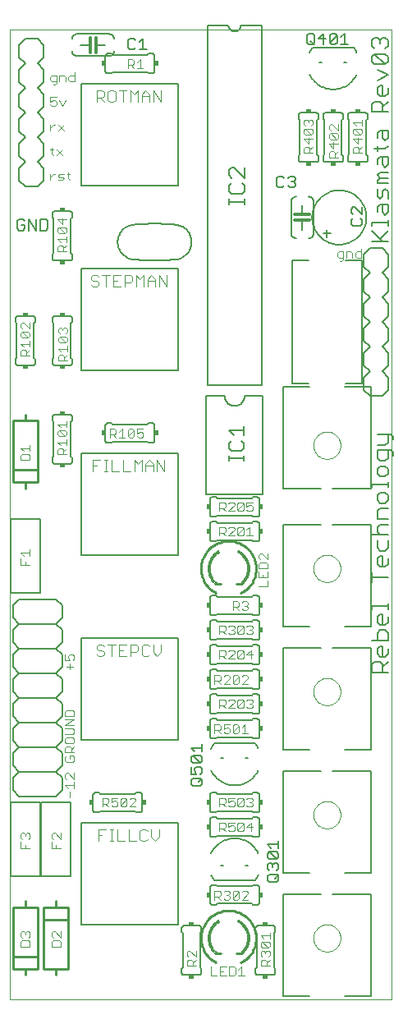
<source format=gto>
G75*
%MOIN*%
%OFA0B0*%
%FSLAX24Y24*%
%IPPOS*%
%LPD*%
%AMOC8*
5,1,8,0,0,1.08239X$1,22.5*
%
%ADD10C,0.0000*%
%ADD11C,0.0060*%
%ADD12C,0.0030*%
%ADD13C,0.0070*%
%ADD14C,0.0040*%
%ADD15R,0.0200X0.0150*%
%ADD16C,0.0050*%
%ADD17R,0.0150X0.0200*%
%ADD18C,0.0080*%
%ADD19C,0.0120*%
%ADD20C,0.0100*%
%ADD21C,0.0010*%
D10*
X003378Y002393D02*
X018885Y002393D01*
X018885Y041763D01*
X003378Y041763D01*
X003378Y002393D01*
X015709Y004893D02*
X015711Y004940D01*
X015717Y004986D01*
X015727Y005032D01*
X015740Y005077D01*
X015758Y005120D01*
X015779Y005162D01*
X015803Y005202D01*
X015831Y005239D01*
X015862Y005274D01*
X015896Y005307D01*
X015932Y005336D01*
X015971Y005362D01*
X016012Y005385D01*
X016055Y005404D01*
X016099Y005420D01*
X016144Y005432D01*
X016190Y005440D01*
X016237Y005444D01*
X016283Y005444D01*
X016330Y005440D01*
X016376Y005432D01*
X016421Y005420D01*
X016465Y005404D01*
X016508Y005385D01*
X016549Y005362D01*
X016588Y005336D01*
X016624Y005307D01*
X016658Y005274D01*
X016689Y005239D01*
X016717Y005202D01*
X016741Y005162D01*
X016762Y005120D01*
X016780Y005077D01*
X016793Y005032D01*
X016803Y004986D01*
X016809Y004940D01*
X016811Y004893D01*
X016809Y004846D01*
X016803Y004800D01*
X016793Y004754D01*
X016780Y004709D01*
X016762Y004666D01*
X016741Y004624D01*
X016717Y004584D01*
X016689Y004547D01*
X016658Y004512D01*
X016624Y004479D01*
X016588Y004450D01*
X016549Y004424D01*
X016508Y004401D01*
X016465Y004382D01*
X016421Y004366D01*
X016376Y004354D01*
X016330Y004346D01*
X016283Y004342D01*
X016237Y004342D01*
X016190Y004346D01*
X016144Y004354D01*
X016099Y004366D01*
X016055Y004382D01*
X016012Y004401D01*
X015971Y004424D01*
X015932Y004450D01*
X015896Y004479D01*
X015862Y004512D01*
X015831Y004547D01*
X015803Y004584D01*
X015779Y004624D01*
X015758Y004666D01*
X015740Y004709D01*
X015727Y004754D01*
X015717Y004800D01*
X015711Y004846D01*
X015709Y004893D01*
X015709Y009893D02*
X015711Y009940D01*
X015717Y009986D01*
X015727Y010032D01*
X015740Y010077D01*
X015758Y010120D01*
X015779Y010162D01*
X015803Y010202D01*
X015831Y010239D01*
X015862Y010274D01*
X015896Y010307D01*
X015932Y010336D01*
X015971Y010362D01*
X016012Y010385D01*
X016055Y010404D01*
X016099Y010420D01*
X016144Y010432D01*
X016190Y010440D01*
X016237Y010444D01*
X016283Y010444D01*
X016330Y010440D01*
X016376Y010432D01*
X016421Y010420D01*
X016465Y010404D01*
X016508Y010385D01*
X016549Y010362D01*
X016588Y010336D01*
X016624Y010307D01*
X016658Y010274D01*
X016689Y010239D01*
X016717Y010202D01*
X016741Y010162D01*
X016762Y010120D01*
X016780Y010077D01*
X016793Y010032D01*
X016803Y009986D01*
X016809Y009940D01*
X016811Y009893D01*
X016809Y009846D01*
X016803Y009800D01*
X016793Y009754D01*
X016780Y009709D01*
X016762Y009666D01*
X016741Y009624D01*
X016717Y009584D01*
X016689Y009547D01*
X016658Y009512D01*
X016624Y009479D01*
X016588Y009450D01*
X016549Y009424D01*
X016508Y009401D01*
X016465Y009382D01*
X016421Y009366D01*
X016376Y009354D01*
X016330Y009346D01*
X016283Y009342D01*
X016237Y009342D01*
X016190Y009346D01*
X016144Y009354D01*
X016099Y009366D01*
X016055Y009382D01*
X016012Y009401D01*
X015971Y009424D01*
X015932Y009450D01*
X015896Y009479D01*
X015862Y009512D01*
X015831Y009547D01*
X015803Y009584D01*
X015779Y009624D01*
X015758Y009666D01*
X015740Y009709D01*
X015727Y009754D01*
X015717Y009800D01*
X015711Y009846D01*
X015709Y009893D01*
X015709Y014893D02*
X015711Y014940D01*
X015717Y014986D01*
X015727Y015032D01*
X015740Y015077D01*
X015758Y015120D01*
X015779Y015162D01*
X015803Y015202D01*
X015831Y015239D01*
X015862Y015274D01*
X015896Y015307D01*
X015932Y015336D01*
X015971Y015362D01*
X016012Y015385D01*
X016055Y015404D01*
X016099Y015420D01*
X016144Y015432D01*
X016190Y015440D01*
X016237Y015444D01*
X016283Y015444D01*
X016330Y015440D01*
X016376Y015432D01*
X016421Y015420D01*
X016465Y015404D01*
X016508Y015385D01*
X016549Y015362D01*
X016588Y015336D01*
X016624Y015307D01*
X016658Y015274D01*
X016689Y015239D01*
X016717Y015202D01*
X016741Y015162D01*
X016762Y015120D01*
X016780Y015077D01*
X016793Y015032D01*
X016803Y014986D01*
X016809Y014940D01*
X016811Y014893D01*
X016809Y014846D01*
X016803Y014800D01*
X016793Y014754D01*
X016780Y014709D01*
X016762Y014666D01*
X016741Y014624D01*
X016717Y014584D01*
X016689Y014547D01*
X016658Y014512D01*
X016624Y014479D01*
X016588Y014450D01*
X016549Y014424D01*
X016508Y014401D01*
X016465Y014382D01*
X016421Y014366D01*
X016376Y014354D01*
X016330Y014346D01*
X016283Y014342D01*
X016237Y014342D01*
X016190Y014346D01*
X016144Y014354D01*
X016099Y014366D01*
X016055Y014382D01*
X016012Y014401D01*
X015971Y014424D01*
X015932Y014450D01*
X015896Y014479D01*
X015862Y014512D01*
X015831Y014547D01*
X015803Y014584D01*
X015779Y014624D01*
X015758Y014666D01*
X015740Y014709D01*
X015727Y014754D01*
X015717Y014800D01*
X015711Y014846D01*
X015709Y014893D01*
X015709Y019893D02*
X015711Y019940D01*
X015717Y019986D01*
X015727Y020032D01*
X015740Y020077D01*
X015758Y020120D01*
X015779Y020162D01*
X015803Y020202D01*
X015831Y020239D01*
X015862Y020274D01*
X015896Y020307D01*
X015932Y020336D01*
X015971Y020362D01*
X016012Y020385D01*
X016055Y020404D01*
X016099Y020420D01*
X016144Y020432D01*
X016190Y020440D01*
X016237Y020444D01*
X016283Y020444D01*
X016330Y020440D01*
X016376Y020432D01*
X016421Y020420D01*
X016465Y020404D01*
X016508Y020385D01*
X016549Y020362D01*
X016588Y020336D01*
X016624Y020307D01*
X016658Y020274D01*
X016689Y020239D01*
X016717Y020202D01*
X016741Y020162D01*
X016762Y020120D01*
X016780Y020077D01*
X016793Y020032D01*
X016803Y019986D01*
X016809Y019940D01*
X016811Y019893D01*
X016809Y019846D01*
X016803Y019800D01*
X016793Y019754D01*
X016780Y019709D01*
X016762Y019666D01*
X016741Y019624D01*
X016717Y019584D01*
X016689Y019547D01*
X016658Y019512D01*
X016624Y019479D01*
X016588Y019450D01*
X016549Y019424D01*
X016508Y019401D01*
X016465Y019382D01*
X016421Y019366D01*
X016376Y019354D01*
X016330Y019346D01*
X016283Y019342D01*
X016237Y019342D01*
X016190Y019346D01*
X016144Y019354D01*
X016099Y019366D01*
X016055Y019382D01*
X016012Y019401D01*
X015971Y019424D01*
X015932Y019450D01*
X015896Y019479D01*
X015862Y019512D01*
X015831Y019547D01*
X015803Y019584D01*
X015779Y019624D01*
X015758Y019666D01*
X015740Y019709D01*
X015727Y019754D01*
X015717Y019800D01*
X015711Y019846D01*
X015709Y019893D01*
X015709Y024893D02*
X015711Y024940D01*
X015717Y024986D01*
X015727Y025032D01*
X015740Y025077D01*
X015758Y025120D01*
X015779Y025162D01*
X015803Y025202D01*
X015831Y025239D01*
X015862Y025274D01*
X015896Y025307D01*
X015932Y025336D01*
X015971Y025362D01*
X016012Y025385D01*
X016055Y025404D01*
X016099Y025420D01*
X016144Y025432D01*
X016190Y025440D01*
X016237Y025444D01*
X016283Y025444D01*
X016330Y025440D01*
X016376Y025432D01*
X016421Y025420D01*
X016465Y025404D01*
X016508Y025385D01*
X016549Y025362D01*
X016588Y025336D01*
X016624Y025307D01*
X016658Y025274D01*
X016689Y025239D01*
X016717Y025202D01*
X016741Y025162D01*
X016762Y025120D01*
X016780Y025077D01*
X016793Y025032D01*
X016803Y024986D01*
X016809Y024940D01*
X016811Y024893D01*
X016809Y024846D01*
X016803Y024800D01*
X016793Y024754D01*
X016780Y024709D01*
X016762Y024666D01*
X016741Y024624D01*
X016717Y024584D01*
X016689Y024547D01*
X016658Y024512D01*
X016624Y024479D01*
X016588Y024450D01*
X016549Y024424D01*
X016508Y024401D01*
X016465Y024382D01*
X016421Y024366D01*
X016376Y024354D01*
X016330Y024346D01*
X016283Y024342D01*
X016237Y024342D01*
X016190Y024346D01*
X016144Y024354D01*
X016099Y024366D01*
X016055Y024382D01*
X016012Y024401D01*
X015971Y024424D01*
X015932Y024450D01*
X015896Y024479D01*
X015862Y024512D01*
X015831Y024547D01*
X015803Y024584D01*
X015779Y024624D01*
X015758Y024666D01*
X015740Y024709D01*
X015727Y024754D01*
X015717Y024800D01*
X015711Y024846D01*
X015709Y024893D01*
D11*
X013660Y022893D02*
X011360Y022893D01*
X011360Y026893D01*
X012110Y026893D01*
X012112Y026854D01*
X012118Y026815D01*
X012127Y026777D01*
X012140Y026740D01*
X012157Y026704D01*
X012177Y026671D01*
X012201Y026639D01*
X012227Y026610D01*
X012256Y026584D01*
X012288Y026560D01*
X012321Y026540D01*
X012357Y026523D01*
X012394Y026510D01*
X012432Y026501D01*
X012471Y026495D01*
X012510Y026493D01*
X012549Y026495D01*
X012588Y026501D01*
X012626Y026510D01*
X012663Y026523D01*
X012699Y026540D01*
X012732Y026560D01*
X012764Y026584D01*
X012793Y026610D01*
X012819Y026639D01*
X012843Y026671D01*
X012863Y026704D01*
X012880Y026740D01*
X012893Y026777D01*
X012902Y026815D01*
X012908Y026854D01*
X012910Y026893D01*
X013660Y026893D01*
X013660Y022893D01*
X013510Y022693D02*
X013510Y022093D01*
X013508Y022076D01*
X013504Y022059D01*
X013497Y022043D01*
X013487Y022029D01*
X013474Y022016D01*
X013460Y022006D01*
X013444Y021999D01*
X013427Y021995D01*
X013410Y021993D01*
X013260Y021993D01*
X013210Y022043D01*
X011810Y022043D01*
X011760Y021993D01*
X011610Y021993D01*
X011593Y021995D01*
X011576Y021999D01*
X011560Y022006D01*
X011546Y022016D01*
X011533Y022029D01*
X011523Y022043D01*
X011516Y022059D01*
X011512Y022076D01*
X011510Y022093D01*
X011510Y022693D01*
X011512Y022710D01*
X011516Y022727D01*
X011523Y022743D01*
X011533Y022757D01*
X011546Y022770D01*
X011560Y022780D01*
X011576Y022787D01*
X011593Y022791D01*
X011610Y022793D01*
X011760Y022793D01*
X011810Y022743D01*
X013210Y022743D01*
X013260Y022793D01*
X013410Y022793D01*
X013427Y022791D01*
X013444Y022787D01*
X013460Y022780D01*
X013474Y022770D01*
X013487Y022757D01*
X013497Y022743D01*
X013504Y022727D01*
X013508Y022710D01*
X013510Y022693D01*
X013410Y021793D02*
X013260Y021793D01*
X013210Y021743D01*
X011810Y021743D01*
X011760Y021793D01*
X011610Y021793D01*
X011593Y021791D01*
X011576Y021787D01*
X011560Y021780D01*
X011546Y021770D01*
X011533Y021757D01*
X011523Y021743D01*
X011516Y021727D01*
X011512Y021710D01*
X011510Y021693D01*
X011510Y021093D01*
X011512Y021076D01*
X011516Y021059D01*
X011523Y021043D01*
X011533Y021029D01*
X011546Y021016D01*
X011560Y021006D01*
X011576Y020999D01*
X011593Y020995D01*
X011610Y020993D01*
X011760Y020993D01*
X011810Y021043D01*
X013210Y021043D01*
X013260Y020993D01*
X013410Y020993D01*
X013427Y020995D01*
X013444Y020999D01*
X013460Y021006D01*
X013474Y021016D01*
X013487Y021029D01*
X013497Y021043D01*
X013504Y021059D01*
X013508Y021076D01*
X013510Y021093D01*
X013510Y021693D01*
X013508Y021710D01*
X013504Y021727D01*
X013497Y021743D01*
X013487Y021757D01*
X013474Y021770D01*
X013460Y021780D01*
X013444Y021787D01*
X013427Y021791D01*
X013410Y021793D01*
X013410Y018793D02*
X013260Y018793D01*
X013210Y018743D01*
X011810Y018743D01*
X011760Y018793D01*
X011610Y018793D01*
X011593Y018791D01*
X011576Y018787D01*
X011560Y018780D01*
X011546Y018770D01*
X011533Y018757D01*
X011523Y018743D01*
X011516Y018727D01*
X011512Y018710D01*
X011510Y018693D01*
X011510Y018093D01*
X011512Y018076D01*
X011516Y018059D01*
X011523Y018043D01*
X011533Y018029D01*
X011546Y018016D01*
X011560Y018006D01*
X011576Y017999D01*
X011593Y017995D01*
X011610Y017993D01*
X011760Y017993D01*
X011810Y018043D01*
X013210Y018043D01*
X013260Y017993D01*
X013410Y017993D01*
X013427Y017995D01*
X013444Y017999D01*
X013460Y018006D01*
X013474Y018016D01*
X013487Y018029D01*
X013497Y018043D01*
X013504Y018059D01*
X013508Y018076D01*
X013510Y018093D01*
X013510Y018693D01*
X013508Y018710D01*
X013504Y018727D01*
X013497Y018743D01*
X013487Y018757D01*
X013474Y018770D01*
X013460Y018780D01*
X013444Y018787D01*
X013427Y018791D01*
X013410Y018793D01*
X013410Y017793D02*
X013260Y017793D01*
X013210Y017743D01*
X011810Y017743D01*
X011760Y017793D01*
X011610Y017793D01*
X011593Y017791D01*
X011576Y017787D01*
X011560Y017780D01*
X011546Y017770D01*
X011533Y017757D01*
X011523Y017743D01*
X011516Y017727D01*
X011512Y017710D01*
X011510Y017693D01*
X011510Y017093D01*
X011512Y017076D01*
X011516Y017059D01*
X011523Y017043D01*
X011533Y017029D01*
X011546Y017016D01*
X011560Y017006D01*
X011576Y016999D01*
X011593Y016995D01*
X011610Y016993D01*
X011760Y016993D01*
X011810Y017043D01*
X013210Y017043D01*
X013260Y016993D01*
X013410Y016993D01*
X013427Y016995D01*
X013444Y016999D01*
X013460Y017006D01*
X013474Y017016D01*
X013487Y017029D01*
X013497Y017043D01*
X013504Y017059D01*
X013508Y017076D01*
X013510Y017093D01*
X013510Y017693D01*
X013508Y017710D01*
X013504Y017727D01*
X013497Y017743D01*
X013487Y017757D01*
X013474Y017770D01*
X013460Y017780D01*
X013444Y017787D01*
X013427Y017791D01*
X013410Y017793D01*
X013410Y016793D02*
X013260Y016793D01*
X013210Y016743D01*
X011810Y016743D01*
X011760Y016793D01*
X011610Y016793D01*
X011593Y016791D01*
X011576Y016787D01*
X011560Y016780D01*
X011546Y016770D01*
X011533Y016757D01*
X011523Y016743D01*
X011516Y016727D01*
X011512Y016710D01*
X011510Y016693D01*
X011510Y016093D01*
X011512Y016076D01*
X011516Y016059D01*
X011523Y016043D01*
X011533Y016029D01*
X011546Y016016D01*
X011560Y016006D01*
X011576Y015999D01*
X011593Y015995D01*
X011610Y015993D01*
X011760Y015993D01*
X011810Y016043D01*
X013210Y016043D01*
X013260Y015993D01*
X013410Y015993D01*
X013427Y015995D01*
X013444Y015999D01*
X013460Y016006D01*
X013474Y016016D01*
X013487Y016029D01*
X013497Y016043D01*
X013504Y016059D01*
X013508Y016076D01*
X013510Y016093D01*
X013510Y016693D01*
X013508Y016710D01*
X013504Y016727D01*
X013497Y016743D01*
X013487Y016757D01*
X013474Y016770D01*
X013460Y016780D01*
X013444Y016787D01*
X013427Y016791D01*
X013410Y016793D01*
X013410Y015793D02*
X013260Y015793D01*
X013210Y015743D01*
X011810Y015743D01*
X011760Y015793D01*
X011610Y015793D01*
X011593Y015791D01*
X011576Y015787D01*
X011560Y015780D01*
X011546Y015770D01*
X011533Y015757D01*
X011523Y015743D01*
X011516Y015727D01*
X011512Y015710D01*
X011510Y015693D01*
X011510Y015093D01*
X011512Y015076D01*
X011516Y015059D01*
X011523Y015043D01*
X011533Y015029D01*
X011546Y015016D01*
X011560Y015006D01*
X011576Y014999D01*
X011593Y014995D01*
X011610Y014993D01*
X011760Y014993D01*
X011810Y015043D01*
X013210Y015043D01*
X013260Y014993D01*
X013410Y014993D01*
X013427Y014995D01*
X013444Y014999D01*
X013460Y015006D01*
X013474Y015016D01*
X013487Y015029D01*
X013497Y015043D01*
X013504Y015059D01*
X013508Y015076D01*
X013510Y015093D01*
X013510Y015693D01*
X013508Y015710D01*
X013504Y015727D01*
X013497Y015743D01*
X013487Y015757D01*
X013474Y015770D01*
X013460Y015780D01*
X013444Y015787D01*
X013427Y015791D01*
X013410Y015793D01*
X013410Y014793D02*
X013260Y014793D01*
X013210Y014743D01*
X011810Y014743D01*
X011760Y014793D01*
X011610Y014793D01*
X011593Y014791D01*
X011576Y014787D01*
X011560Y014780D01*
X011546Y014770D01*
X011533Y014757D01*
X011523Y014743D01*
X011516Y014727D01*
X011512Y014710D01*
X011510Y014693D01*
X011510Y014093D01*
X011512Y014076D01*
X011516Y014059D01*
X011523Y014043D01*
X011533Y014029D01*
X011546Y014016D01*
X011560Y014006D01*
X011576Y013999D01*
X011593Y013995D01*
X011610Y013993D01*
X011760Y013993D01*
X011810Y014043D01*
X013210Y014043D01*
X013260Y013993D01*
X013410Y013993D01*
X013427Y013995D01*
X013444Y013999D01*
X013460Y014006D01*
X013474Y014016D01*
X013487Y014029D01*
X013497Y014043D01*
X013504Y014059D01*
X013508Y014076D01*
X013510Y014093D01*
X013510Y014693D01*
X013508Y014710D01*
X013504Y014727D01*
X013497Y014743D01*
X013487Y014757D01*
X013474Y014770D01*
X013460Y014780D01*
X013444Y014787D01*
X013427Y014791D01*
X013410Y014793D01*
X013410Y013793D02*
X013260Y013793D01*
X013210Y013743D01*
X011810Y013743D01*
X011760Y013793D01*
X011610Y013793D01*
X011593Y013791D01*
X011576Y013787D01*
X011560Y013780D01*
X011546Y013770D01*
X011533Y013757D01*
X011523Y013743D01*
X011516Y013727D01*
X011512Y013710D01*
X011510Y013693D01*
X011510Y013093D01*
X011512Y013076D01*
X011516Y013059D01*
X011523Y013043D01*
X011533Y013029D01*
X011546Y013016D01*
X011560Y013006D01*
X011576Y012999D01*
X011593Y012995D01*
X011610Y012993D01*
X011760Y012993D01*
X011810Y013043D01*
X013210Y013043D01*
X013260Y012993D01*
X013410Y012993D01*
X013427Y012995D01*
X013444Y012999D01*
X013460Y013006D01*
X013474Y013016D01*
X013487Y013029D01*
X013497Y013043D01*
X013504Y013059D01*
X013508Y013076D01*
X013510Y013093D01*
X013510Y013693D01*
X013508Y013710D01*
X013504Y013727D01*
X013497Y013743D01*
X013487Y013757D01*
X013474Y013770D01*
X013460Y013780D01*
X013444Y013787D01*
X013427Y013791D01*
X013410Y013793D01*
X013410Y010793D02*
X013260Y010793D01*
X013210Y010743D01*
X011810Y010743D01*
X011760Y010793D01*
X011610Y010793D01*
X011593Y010791D01*
X011576Y010787D01*
X011560Y010780D01*
X011546Y010770D01*
X011533Y010757D01*
X011523Y010743D01*
X011516Y010727D01*
X011512Y010710D01*
X011510Y010693D01*
X011510Y010093D01*
X011512Y010076D01*
X011516Y010059D01*
X011523Y010043D01*
X011533Y010029D01*
X011546Y010016D01*
X011560Y010006D01*
X011576Y009999D01*
X011593Y009995D01*
X011610Y009993D01*
X011760Y009993D01*
X011810Y010043D01*
X013210Y010043D01*
X013260Y009993D01*
X013410Y009993D01*
X013427Y009995D01*
X013444Y009999D01*
X013460Y010006D01*
X013474Y010016D01*
X013487Y010029D01*
X013497Y010043D01*
X013504Y010059D01*
X013508Y010076D01*
X013510Y010093D01*
X013510Y010693D01*
X013508Y010710D01*
X013504Y010727D01*
X013497Y010743D01*
X013487Y010757D01*
X013474Y010770D01*
X013460Y010780D01*
X013444Y010787D01*
X013427Y010791D01*
X013410Y010793D01*
X013410Y009793D02*
X013260Y009793D01*
X013210Y009743D01*
X011810Y009743D01*
X011760Y009793D01*
X011610Y009793D01*
X011593Y009791D01*
X011576Y009787D01*
X011560Y009780D01*
X011546Y009770D01*
X011533Y009757D01*
X011523Y009743D01*
X011516Y009727D01*
X011512Y009710D01*
X011510Y009693D01*
X011510Y009093D01*
X011512Y009076D01*
X011516Y009059D01*
X011523Y009043D01*
X011533Y009029D01*
X011546Y009016D01*
X011560Y009006D01*
X011576Y008999D01*
X011593Y008995D01*
X011610Y008993D01*
X011760Y008993D01*
X011810Y009043D01*
X013210Y009043D01*
X013260Y008993D01*
X013410Y008993D01*
X013427Y008995D01*
X013444Y008999D01*
X013460Y009006D01*
X013474Y009016D01*
X013487Y009029D01*
X013497Y009043D01*
X013504Y009059D01*
X013508Y009076D01*
X013510Y009093D01*
X013510Y009693D01*
X013508Y009710D01*
X013504Y009727D01*
X013497Y009743D01*
X013487Y009757D01*
X013474Y009770D01*
X013460Y009780D01*
X013444Y009787D01*
X013427Y009791D01*
X013410Y009793D01*
X013410Y007043D02*
X013260Y007043D01*
X013210Y006993D01*
X011810Y006993D01*
X011760Y007043D01*
X011610Y007043D01*
X011593Y007041D01*
X011576Y007037D01*
X011560Y007030D01*
X011546Y007020D01*
X011533Y007007D01*
X011523Y006993D01*
X011516Y006977D01*
X011512Y006960D01*
X011510Y006943D01*
X011510Y006343D01*
X011512Y006326D01*
X011516Y006309D01*
X011523Y006293D01*
X011533Y006279D01*
X011546Y006266D01*
X011560Y006256D01*
X011576Y006249D01*
X011593Y006245D01*
X011610Y006243D01*
X011760Y006243D01*
X011810Y006293D01*
X013210Y006293D01*
X013260Y006243D01*
X013410Y006243D01*
X013427Y006245D01*
X013444Y006249D01*
X013460Y006256D01*
X013474Y006266D01*
X013487Y006279D01*
X013497Y006293D01*
X013504Y006309D01*
X013508Y006326D01*
X013510Y006343D01*
X013510Y006943D01*
X013508Y006960D01*
X013504Y006977D01*
X013497Y006993D01*
X013487Y007007D01*
X013474Y007020D01*
X013460Y007030D01*
X013444Y007037D01*
X013427Y007041D01*
X013410Y007043D01*
X013460Y005393D02*
X014060Y005393D01*
X014077Y005391D01*
X014094Y005387D01*
X014110Y005380D01*
X014124Y005370D01*
X014137Y005357D01*
X014147Y005343D01*
X014154Y005327D01*
X014158Y005310D01*
X014160Y005293D01*
X014160Y005143D01*
X014110Y005093D01*
X014110Y003693D01*
X014160Y003643D01*
X014160Y003493D01*
X014158Y003476D01*
X014154Y003459D01*
X014147Y003443D01*
X014137Y003429D01*
X014124Y003416D01*
X014110Y003406D01*
X014094Y003399D01*
X014077Y003395D01*
X014060Y003393D01*
X013460Y003393D01*
X013443Y003395D01*
X013426Y003399D01*
X013410Y003406D01*
X013396Y003416D01*
X013383Y003429D01*
X013373Y003443D01*
X013366Y003459D01*
X013362Y003476D01*
X013360Y003493D01*
X013360Y003643D01*
X013410Y003693D01*
X013410Y005093D01*
X013360Y005143D01*
X013360Y005293D01*
X013362Y005310D01*
X013366Y005327D01*
X013373Y005343D01*
X013383Y005357D01*
X013396Y005370D01*
X013410Y005380D01*
X013426Y005387D01*
X013443Y005391D01*
X013460Y005393D01*
X011160Y005293D02*
X011160Y005143D01*
X011110Y005093D01*
X011110Y003693D01*
X011160Y003643D01*
X011160Y003493D01*
X011158Y003476D01*
X011154Y003459D01*
X011147Y003443D01*
X011137Y003429D01*
X011124Y003416D01*
X011110Y003406D01*
X011094Y003399D01*
X011077Y003395D01*
X011060Y003393D01*
X010460Y003393D01*
X010443Y003395D01*
X010426Y003399D01*
X010410Y003406D01*
X010396Y003416D01*
X010383Y003429D01*
X010373Y003443D01*
X010366Y003459D01*
X010362Y003476D01*
X010360Y003493D01*
X010360Y003643D01*
X010410Y003693D01*
X010410Y005093D01*
X010360Y005143D01*
X010360Y005293D01*
X010362Y005310D01*
X010366Y005327D01*
X010373Y005343D01*
X010383Y005357D01*
X010396Y005370D01*
X010410Y005380D01*
X010426Y005387D01*
X010443Y005391D01*
X010460Y005393D01*
X011060Y005393D01*
X011077Y005391D01*
X011094Y005387D01*
X011110Y005380D01*
X011124Y005370D01*
X011137Y005357D01*
X011147Y005343D01*
X011154Y005327D01*
X011158Y005310D01*
X011160Y005293D01*
X008760Y010093D02*
X008760Y010693D01*
X008758Y010710D01*
X008754Y010727D01*
X008747Y010743D01*
X008737Y010757D01*
X008724Y010770D01*
X008710Y010780D01*
X008694Y010787D01*
X008677Y010791D01*
X008660Y010793D01*
X008510Y010793D01*
X008460Y010743D01*
X007060Y010743D01*
X007010Y010793D01*
X006860Y010793D01*
X006843Y010791D01*
X006826Y010787D01*
X006810Y010780D01*
X006796Y010770D01*
X006783Y010757D01*
X006773Y010743D01*
X006766Y010727D01*
X006762Y010710D01*
X006760Y010693D01*
X006760Y010093D01*
X006762Y010076D01*
X006766Y010059D01*
X006773Y010043D01*
X006783Y010029D01*
X006796Y010016D01*
X006810Y010006D01*
X006826Y009999D01*
X006843Y009995D01*
X006860Y009993D01*
X007010Y009993D01*
X007060Y010043D01*
X008460Y010043D01*
X008510Y009993D01*
X008660Y009993D01*
X008677Y009995D01*
X008694Y009999D01*
X008710Y010006D01*
X008724Y010016D01*
X008737Y010029D01*
X008747Y010043D01*
X008754Y010059D01*
X008758Y010076D01*
X008760Y010093D01*
X005510Y010893D02*
X005510Y011393D01*
X005260Y011643D01*
X003760Y011643D01*
X003510Y011893D01*
X003510Y012393D01*
X003760Y012643D01*
X005260Y012643D01*
X005510Y012893D01*
X005510Y013393D01*
X005260Y013643D01*
X003760Y013643D01*
X003510Y013893D01*
X003510Y014393D01*
X003760Y014643D01*
X005260Y014643D01*
X005510Y014893D01*
X005510Y015393D01*
X005260Y015643D01*
X003760Y015643D01*
X003510Y015893D01*
X003510Y016393D01*
X003760Y016643D01*
X005260Y016643D01*
X005510Y016893D01*
X005510Y017393D01*
X005260Y017643D01*
X003760Y017643D01*
X003510Y017893D01*
X003510Y018393D01*
X003760Y018643D01*
X005260Y018643D01*
X005510Y018393D01*
X005510Y017893D01*
X005260Y017643D01*
X005260Y016643D02*
X005510Y016393D01*
X005510Y015893D01*
X005260Y015643D01*
X005260Y014643D02*
X005510Y014393D01*
X005510Y013893D01*
X005260Y013643D01*
X005260Y012643D02*
X005510Y012393D01*
X005510Y011893D01*
X005260Y011643D01*
X005510Y010893D02*
X005260Y010643D01*
X003760Y010643D01*
X003510Y010893D01*
X003510Y011393D01*
X003760Y011643D01*
X003760Y012643D02*
X003510Y012893D01*
X003510Y013393D01*
X003760Y013643D01*
X003760Y014643D02*
X003510Y014893D01*
X003510Y015393D01*
X003760Y015643D01*
X003760Y016643D02*
X003510Y016893D01*
X003510Y017393D01*
X003760Y017643D01*
X005210Y024143D02*
X005810Y024143D01*
X005827Y024145D01*
X005844Y024149D01*
X005860Y024156D01*
X005874Y024166D01*
X005887Y024179D01*
X005897Y024193D01*
X005904Y024209D01*
X005908Y024226D01*
X005910Y024243D01*
X005910Y024393D01*
X005860Y024443D01*
X005860Y025843D01*
X005910Y025893D01*
X005910Y026043D01*
X005908Y026060D01*
X005904Y026077D01*
X005897Y026093D01*
X005887Y026107D01*
X005874Y026120D01*
X005860Y026130D01*
X005844Y026137D01*
X005827Y026141D01*
X005810Y026143D01*
X005210Y026143D01*
X005193Y026141D01*
X005176Y026137D01*
X005160Y026130D01*
X005146Y026120D01*
X005133Y026107D01*
X005123Y026093D01*
X005116Y026077D01*
X005112Y026060D01*
X005110Y026043D01*
X005110Y025893D01*
X005160Y025843D01*
X005160Y024443D01*
X005110Y024393D01*
X005110Y024243D01*
X005112Y024226D01*
X005116Y024209D01*
X005123Y024193D01*
X005133Y024179D01*
X005146Y024166D01*
X005160Y024156D01*
X005176Y024149D01*
X005193Y024145D01*
X005210Y024143D01*
X005210Y028143D02*
X005810Y028143D01*
X005827Y028145D01*
X005844Y028149D01*
X005860Y028156D01*
X005874Y028166D01*
X005887Y028179D01*
X005897Y028193D01*
X005904Y028209D01*
X005908Y028226D01*
X005910Y028243D01*
X005910Y028393D01*
X005860Y028443D01*
X005860Y029843D01*
X005910Y029893D01*
X005910Y030043D01*
X005908Y030060D01*
X005904Y030077D01*
X005897Y030093D01*
X005887Y030107D01*
X005874Y030120D01*
X005860Y030130D01*
X005844Y030137D01*
X005827Y030141D01*
X005810Y030143D01*
X005210Y030143D01*
X005193Y030141D01*
X005176Y030137D01*
X005160Y030130D01*
X005146Y030120D01*
X005133Y030107D01*
X005123Y030093D01*
X005116Y030077D01*
X005112Y030060D01*
X005110Y030043D01*
X005110Y029893D01*
X005160Y029843D01*
X005160Y028443D01*
X005110Y028393D01*
X005110Y028243D01*
X005112Y028226D01*
X005116Y028209D01*
X005123Y028193D01*
X005133Y028179D01*
X005146Y028166D01*
X005160Y028156D01*
X005176Y028149D01*
X005193Y028145D01*
X005210Y028143D01*
X004410Y028243D02*
X004410Y028393D01*
X004360Y028443D01*
X004360Y029843D01*
X004410Y029893D01*
X004410Y030043D01*
X004408Y030060D01*
X004404Y030077D01*
X004397Y030093D01*
X004387Y030107D01*
X004374Y030120D01*
X004360Y030130D01*
X004344Y030137D01*
X004327Y030141D01*
X004310Y030143D01*
X003710Y030143D01*
X003693Y030141D01*
X003676Y030137D01*
X003660Y030130D01*
X003646Y030120D01*
X003633Y030107D01*
X003623Y030093D01*
X003616Y030077D01*
X003612Y030060D01*
X003610Y030043D01*
X003610Y029893D01*
X003660Y029843D01*
X003660Y028443D01*
X003610Y028393D01*
X003610Y028243D01*
X003612Y028226D01*
X003616Y028209D01*
X003623Y028193D01*
X003633Y028179D01*
X003646Y028166D01*
X003660Y028156D01*
X003676Y028149D01*
X003693Y028145D01*
X003710Y028143D01*
X004310Y028143D01*
X004327Y028145D01*
X004344Y028149D01*
X004360Y028156D01*
X004374Y028166D01*
X004387Y028179D01*
X004397Y028193D01*
X004404Y028209D01*
X004408Y028226D01*
X004410Y028243D01*
X005210Y032393D02*
X005810Y032393D01*
X005827Y032395D01*
X005844Y032399D01*
X005860Y032406D01*
X005874Y032416D01*
X005887Y032429D01*
X005897Y032443D01*
X005904Y032459D01*
X005908Y032476D01*
X005910Y032493D01*
X005910Y032643D01*
X005860Y032693D01*
X005860Y034093D01*
X005910Y034143D01*
X005910Y034293D01*
X005908Y034310D01*
X005904Y034327D01*
X005897Y034343D01*
X005887Y034357D01*
X005874Y034370D01*
X005860Y034380D01*
X005844Y034387D01*
X005827Y034391D01*
X005810Y034393D01*
X005210Y034393D01*
X005193Y034391D01*
X005176Y034387D01*
X005160Y034380D01*
X005146Y034370D01*
X005133Y034357D01*
X005123Y034343D01*
X005116Y034327D01*
X005112Y034310D01*
X005110Y034293D01*
X005110Y034143D01*
X005160Y034093D01*
X005160Y032693D01*
X005110Y032643D01*
X005110Y032493D01*
X005112Y032476D01*
X005116Y032459D01*
X005123Y032443D01*
X005133Y032429D01*
X005146Y032416D01*
X005160Y032406D01*
X005176Y032399D01*
X005193Y032395D01*
X005210Y032393D01*
X007360Y025793D02*
X007510Y025793D01*
X007560Y025743D01*
X008960Y025743D01*
X009010Y025793D01*
X009160Y025793D01*
X009177Y025791D01*
X009194Y025787D01*
X009210Y025780D01*
X009224Y025770D01*
X009237Y025757D01*
X009247Y025743D01*
X009254Y025727D01*
X009258Y025710D01*
X009260Y025693D01*
X009260Y025093D01*
X009258Y025076D01*
X009254Y025059D01*
X009247Y025043D01*
X009237Y025029D01*
X009224Y025016D01*
X009210Y025006D01*
X009194Y024999D01*
X009177Y024995D01*
X009160Y024993D01*
X009010Y024993D01*
X008960Y025043D01*
X007560Y025043D01*
X007510Y024993D01*
X007360Y024993D01*
X007343Y024995D01*
X007326Y024999D01*
X007310Y025006D01*
X007296Y025016D01*
X007283Y025029D01*
X007273Y025043D01*
X007266Y025059D01*
X007262Y025076D01*
X007260Y025093D01*
X007260Y025693D01*
X007262Y025710D01*
X007266Y025727D01*
X007273Y025743D01*
X007283Y025757D01*
X007296Y025770D01*
X007310Y025780D01*
X007326Y025787D01*
X007343Y025791D01*
X007360Y025793D01*
X011410Y027343D02*
X013610Y027343D01*
X013610Y041943D01*
X012760Y041943D01*
X012758Y041913D01*
X012753Y041883D01*
X012744Y041854D01*
X012731Y041827D01*
X012716Y041801D01*
X012697Y041777D01*
X012676Y041756D01*
X012652Y041737D01*
X012626Y041722D01*
X012599Y041709D01*
X012570Y041700D01*
X012540Y041695D01*
X012510Y041693D01*
X012480Y041695D01*
X012450Y041700D01*
X012421Y041709D01*
X012394Y041722D01*
X012368Y041737D01*
X012344Y041756D01*
X012323Y041777D01*
X012304Y041801D01*
X012289Y041827D01*
X012276Y041854D01*
X012267Y041883D01*
X012262Y041913D01*
X012260Y041943D01*
X011410Y041943D01*
X011410Y027343D01*
X014810Y033493D02*
X014810Y034793D01*
X014812Y034819D01*
X014817Y034845D01*
X014825Y034870D01*
X014837Y034893D01*
X014851Y034915D01*
X014869Y034934D01*
X014888Y034952D01*
X014910Y034966D01*
X014933Y034978D01*
X014958Y034986D01*
X014984Y034991D01*
X015010Y034993D01*
X015260Y034643D02*
X015260Y034273D01*
X015260Y034023D02*
X015260Y033643D01*
X015510Y033293D02*
X015536Y033295D01*
X015562Y033300D01*
X015587Y033308D01*
X015610Y033320D01*
X015632Y033334D01*
X015651Y033352D01*
X015669Y033371D01*
X015683Y033393D01*
X015695Y033416D01*
X015703Y033441D01*
X015708Y033467D01*
X015710Y033493D01*
X015710Y034793D01*
X015708Y034819D01*
X015703Y034845D01*
X015695Y034870D01*
X015683Y034893D01*
X015669Y034915D01*
X015651Y034934D01*
X015632Y034952D01*
X015610Y034966D01*
X015587Y034978D01*
X015562Y034986D01*
X015536Y034991D01*
X015510Y034993D01*
X015810Y036393D02*
X015210Y036393D01*
X015193Y036395D01*
X015176Y036399D01*
X015160Y036406D01*
X015146Y036416D01*
X015133Y036429D01*
X015123Y036443D01*
X015116Y036459D01*
X015112Y036476D01*
X015110Y036493D01*
X015110Y036643D01*
X015160Y036693D01*
X015160Y038093D01*
X015110Y038143D01*
X015110Y038293D01*
X015112Y038310D01*
X015116Y038327D01*
X015123Y038343D01*
X015133Y038357D01*
X015146Y038370D01*
X015160Y038380D01*
X015176Y038387D01*
X015193Y038391D01*
X015210Y038393D01*
X015810Y038393D01*
X015827Y038391D01*
X015844Y038387D01*
X015860Y038380D01*
X015874Y038370D01*
X015887Y038357D01*
X015897Y038343D01*
X015904Y038327D01*
X015908Y038310D01*
X015910Y038293D01*
X015910Y038143D01*
X015860Y038093D01*
X015860Y036693D01*
X015910Y036643D01*
X015910Y036493D01*
X015908Y036476D01*
X015904Y036459D01*
X015897Y036443D01*
X015887Y036429D01*
X015874Y036416D01*
X015860Y036406D01*
X015844Y036399D01*
X015827Y036395D01*
X015810Y036393D01*
X016110Y036493D02*
X016110Y036643D01*
X016160Y036693D01*
X016160Y038093D01*
X016110Y038143D01*
X016110Y038293D01*
X016112Y038310D01*
X016116Y038327D01*
X016123Y038343D01*
X016133Y038357D01*
X016146Y038370D01*
X016160Y038380D01*
X016176Y038387D01*
X016193Y038391D01*
X016210Y038393D01*
X016810Y038393D01*
X016827Y038391D01*
X016844Y038387D01*
X016860Y038380D01*
X016874Y038370D01*
X016887Y038357D01*
X016897Y038343D01*
X016904Y038327D01*
X016908Y038310D01*
X016910Y038293D01*
X016910Y038143D01*
X016860Y038093D01*
X016860Y036693D01*
X016910Y036643D01*
X016910Y036493D01*
X016908Y036476D01*
X016904Y036459D01*
X016897Y036443D01*
X016887Y036429D01*
X016874Y036416D01*
X016860Y036406D01*
X016844Y036399D01*
X016827Y036395D01*
X016810Y036393D01*
X016210Y036393D01*
X016193Y036395D01*
X016176Y036399D01*
X016160Y036406D01*
X016146Y036416D01*
X016133Y036429D01*
X016123Y036443D01*
X016116Y036459D01*
X016112Y036476D01*
X016110Y036493D01*
X015660Y034143D02*
X015662Y034209D01*
X015668Y034274D01*
X015678Y034339D01*
X015691Y034404D01*
X015709Y034467D01*
X015730Y034530D01*
X015755Y034590D01*
X015784Y034650D01*
X015816Y034707D01*
X015851Y034763D01*
X015890Y034816D01*
X015932Y034867D01*
X015976Y034915D01*
X016024Y034960D01*
X016074Y035003D01*
X016127Y035042D01*
X016182Y035079D01*
X016239Y035112D01*
X016298Y035141D01*
X016358Y035167D01*
X016420Y035189D01*
X016483Y035208D01*
X016547Y035222D01*
X016612Y035233D01*
X016678Y035240D01*
X016744Y035243D01*
X016809Y035242D01*
X016875Y035237D01*
X016940Y035228D01*
X017005Y035215D01*
X017068Y035199D01*
X017131Y035179D01*
X017192Y035154D01*
X017252Y035127D01*
X017310Y035096D01*
X017366Y035061D01*
X017420Y035023D01*
X017471Y034982D01*
X017520Y034938D01*
X017566Y034891D01*
X017610Y034842D01*
X017650Y034790D01*
X017687Y034735D01*
X017721Y034679D01*
X017751Y034620D01*
X017778Y034560D01*
X017801Y034499D01*
X017820Y034436D01*
X017836Y034372D01*
X017848Y034307D01*
X017856Y034242D01*
X017860Y034176D01*
X017860Y034110D01*
X017856Y034044D01*
X017848Y033979D01*
X017836Y033914D01*
X017820Y033850D01*
X017801Y033787D01*
X017778Y033726D01*
X017751Y033666D01*
X017721Y033607D01*
X017687Y033551D01*
X017650Y033496D01*
X017610Y033444D01*
X017566Y033395D01*
X017520Y033348D01*
X017471Y033304D01*
X017420Y033263D01*
X017366Y033225D01*
X017310Y033190D01*
X017252Y033159D01*
X017192Y033132D01*
X017131Y033107D01*
X017068Y033087D01*
X017005Y033071D01*
X016940Y033058D01*
X016875Y033049D01*
X016809Y033044D01*
X016744Y033043D01*
X016678Y033046D01*
X016612Y033053D01*
X016547Y033064D01*
X016483Y033078D01*
X016420Y033097D01*
X016358Y033119D01*
X016298Y033145D01*
X016239Y033174D01*
X016182Y033207D01*
X016127Y033244D01*
X016074Y033283D01*
X016024Y033326D01*
X015976Y033371D01*
X015932Y033419D01*
X015890Y033470D01*
X015851Y033523D01*
X015816Y033579D01*
X015784Y033636D01*
X015755Y033696D01*
X015730Y033756D01*
X015709Y033819D01*
X015691Y033882D01*
X015678Y033947D01*
X015668Y034012D01*
X015662Y034077D01*
X015660Y034143D01*
X016110Y033493D02*
X016260Y033493D01*
X016260Y033643D01*
X016260Y033493D02*
X016410Y033493D01*
X016260Y033493D02*
X016260Y033343D01*
X015010Y033293D02*
X014984Y033295D01*
X014958Y033300D01*
X014933Y033308D01*
X014910Y033320D01*
X014888Y033334D01*
X014869Y033352D01*
X014851Y033371D01*
X014837Y033393D01*
X014825Y033416D01*
X014817Y033441D01*
X014812Y033467D01*
X014810Y033493D01*
X017210Y036393D02*
X017810Y036393D01*
X017827Y036395D01*
X017844Y036399D01*
X017860Y036406D01*
X017874Y036416D01*
X017887Y036429D01*
X017897Y036443D01*
X017904Y036459D01*
X017908Y036476D01*
X017910Y036493D01*
X017910Y036643D01*
X017860Y036693D01*
X017860Y038093D01*
X017910Y038143D01*
X017910Y038293D01*
X017908Y038310D01*
X017904Y038327D01*
X017897Y038343D01*
X017887Y038357D01*
X017874Y038370D01*
X017860Y038380D01*
X017844Y038387D01*
X017827Y038391D01*
X017810Y038393D01*
X017210Y038393D01*
X017193Y038391D01*
X017176Y038387D01*
X017160Y038380D01*
X017146Y038370D01*
X017133Y038357D01*
X017123Y038343D01*
X017116Y038327D01*
X017112Y038310D01*
X017110Y038293D01*
X017110Y038143D01*
X017160Y038093D01*
X017160Y036693D01*
X017110Y036643D01*
X017110Y036493D01*
X017112Y036476D01*
X017116Y036459D01*
X017123Y036443D01*
X017133Y036429D01*
X017146Y036416D01*
X017160Y036406D01*
X017176Y036399D01*
X017193Y036395D01*
X017210Y036393D01*
X018196Y036933D02*
X018623Y036933D01*
X018730Y037039D01*
X018623Y037255D02*
X018730Y037362D01*
X018730Y037682D01*
X018409Y037682D01*
X018302Y037576D01*
X018302Y037362D01*
X018516Y037362D02*
X018516Y037682D01*
X018516Y037362D02*
X018623Y037255D01*
X018302Y037039D02*
X018302Y036826D01*
X018409Y036608D02*
X018730Y036608D01*
X018730Y036288D01*
X018623Y036181D01*
X018516Y036288D01*
X018516Y036608D01*
X018409Y036608D02*
X018302Y036501D01*
X018302Y036288D01*
X018409Y035964D02*
X018730Y035964D01*
X018730Y035750D02*
X018409Y035750D01*
X018302Y035857D01*
X018409Y035964D01*
X018409Y035750D02*
X018302Y035643D01*
X018302Y035537D01*
X018730Y035537D01*
X018623Y035319D02*
X018516Y035212D01*
X018516Y034999D01*
X018409Y034892D01*
X018302Y034999D01*
X018302Y035319D01*
X018623Y035319D02*
X018730Y035212D01*
X018730Y034892D01*
X018730Y034675D02*
X018730Y034354D01*
X018623Y034248D01*
X018516Y034354D01*
X018516Y034675D01*
X018409Y034675D02*
X018730Y034675D01*
X018409Y034675D02*
X018302Y034568D01*
X018302Y034354D01*
X018089Y033925D02*
X018730Y033925D01*
X018730Y034031D02*
X018730Y033818D01*
X018730Y033600D02*
X018409Y033280D01*
X018516Y033173D02*
X018089Y033600D01*
X018089Y033818D02*
X018089Y033925D01*
X018089Y033173D02*
X018730Y033173D01*
X018730Y038423D02*
X018089Y038423D01*
X018089Y038744D01*
X018196Y038850D01*
X018409Y038850D01*
X018516Y038744D01*
X018516Y038423D01*
X018516Y038637D02*
X018730Y038850D01*
X018623Y039068D02*
X018730Y039175D01*
X018730Y039388D01*
X018516Y039495D02*
X018516Y039068D01*
X018623Y039068D02*
X018409Y039068D01*
X018302Y039175D01*
X018302Y039388D01*
X018409Y039495D01*
X018516Y039495D01*
X018302Y039712D02*
X018730Y039926D01*
X018302Y040139D01*
X018196Y040357D02*
X018089Y040464D01*
X018089Y040677D01*
X018196Y040784D01*
X018623Y040357D01*
X018730Y040464D01*
X018730Y040677D01*
X018623Y040784D01*
X018196Y040784D01*
X018196Y041002D02*
X018089Y041108D01*
X018089Y041322D01*
X018196Y041429D01*
X018302Y041429D01*
X018409Y041322D01*
X018516Y041429D01*
X018623Y041429D01*
X018730Y041322D01*
X018730Y041108D01*
X018623Y041002D01*
X018409Y041215D02*
X018409Y041322D01*
X018623Y040357D02*
X018196Y040357D01*
X018302Y025339D02*
X018836Y025339D01*
X018943Y025232D01*
X018943Y025125D01*
X018730Y025019D02*
X018730Y025339D01*
X018730Y025019D02*
X018623Y024912D01*
X018302Y024912D01*
X018302Y024694D02*
X018302Y024374D01*
X018409Y024267D01*
X018623Y024267D01*
X018730Y024374D01*
X018730Y024694D01*
X018836Y024694D02*
X018302Y024694D01*
X018409Y024050D02*
X018302Y023943D01*
X018302Y023730D01*
X018409Y023623D01*
X018623Y023623D01*
X018730Y023730D01*
X018730Y023943D01*
X018623Y024050D01*
X018409Y024050D01*
X018730Y023407D02*
X018730Y023193D01*
X018730Y023300D02*
X018089Y023300D01*
X018089Y023193D01*
X018409Y022976D02*
X018302Y022869D01*
X018302Y022655D01*
X018409Y022549D01*
X018623Y022549D01*
X018730Y022655D01*
X018730Y022869D01*
X018623Y022976D01*
X018409Y022976D01*
X018409Y022331D02*
X018730Y022331D01*
X018730Y021904D02*
X018302Y021904D01*
X018302Y022224D01*
X018409Y022331D01*
X018409Y021686D02*
X018730Y021686D01*
X018730Y021259D02*
X018089Y021259D01*
X018302Y021366D02*
X018302Y021580D01*
X018409Y021686D01*
X018302Y021366D02*
X018409Y021259D01*
X018302Y021042D02*
X018302Y020722D01*
X018409Y020615D01*
X018623Y020615D01*
X018730Y020722D01*
X018730Y021042D01*
X018516Y020397D02*
X018409Y020397D01*
X018302Y020291D01*
X018302Y020077D01*
X018409Y019970D01*
X018623Y019970D01*
X018730Y020077D01*
X018730Y020291D01*
X018516Y020397D02*
X018516Y019970D01*
X018730Y019539D02*
X018089Y019539D01*
X018089Y019326D02*
X018089Y019753D01*
X018089Y018358D02*
X018730Y018358D01*
X018730Y018252D02*
X018730Y018465D01*
X018516Y018034D02*
X018516Y017607D01*
X018623Y017607D02*
X018409Y017607D01*
X018302Y017714D01*
X018302Y017927D01*
X018409Y018034D01*
X018516Y018034D01*
X018730Y017927D02*
X018730Y017714D01*
X018623Y017607D01*
X018623Y017389D02*
X018409Y017389D01*
X018302Y017283D01*
X018302Y016962D01*
X018089Y016962D02*
X018730Y016962D01*
X018730Y017283D01*
X018623Y017389D01*
X018516Y016745D02*
X018409Y016745D01*
X018302Y016638D01*
X018302Y016425D01*
X018409Y016318D01*
X018623Y016318D01*
X018730Y016425D01*
X018730Y016638D01*
X018516Y016745D02*
X018516Y016318D01*
X018409Y016100D02*
X018516Y015994D01*
X018516Y015673D01*
X018730Y015673D02*
X018089Y015673D01*
X018089Y015994D01*
X018196Y016100D01*
X018409Y016100D01*
X018516Y015887D02*
X018730Y016100D01*
X018089Y018252D02*
X018089Y018358D01*
X018943Y024481D02*
X018943Y024588D01*
X018836Y024694D01*
X009160Y039993D02*
X009010Y039993D01*
X008960Y040043D01*
X007560Y040043D01*
X007510Y039993D01*
X007360Y039993D01*
X007343Y039995D01*
X007326Y039999D01*
X007310Y040006D01*
X007296Y040016D01*
X007283Y040029D01*
X007273Y040043D01*
X007266Y040059D01*
X007262Y040076D01*
X007260Y040093D01*
X007260Y040693D01*
X007262Y040710D01*
X007266Y040727D01*
X007273Y040743D01*
X007283Y040757D01*
X007296Y040770D01*
X007310Y040780D01*
X007326Y040787D01*
X007343Y040791D01*
X007360Y040793D01*
X007510Y040793D01*
X007560Y040743D01*
X008960Y040743D01*
X009010Y040793D01*
X009160Y040793D01*
X009177Y040791D01*
X009194Y040787D01*
X009210Y040780D01*
X009224Y040770D01*
X009237Y040757D01*
X009247Y040743D01*
X009254Y040727D01*
X009258Y040710D01*
X009260Y040693D01*
X009260Y040093D01*
X009258Y040076D01*
X009254Y040059D01*
X009247Y040043D01*
X009237Y040029D01*
X009224Y040016D01*
X009210Y040006D01*
X009194Y039999D01*
X009177Y039995D01*
X009160Y039993D01*
X007410Y040693D02*
X006110Y040693D01*
X006084Y040695D01*
X006058Y040700D01*
X006033Y040708D01*
X006010Y040720D01*
X005988Y040734D01*
X005969Y040752D01*
X005951Y040771D01*
X005937Y040793D01*
X005925Y040816D01*
X005917Y040841D01*
X005912Y040867D01*
X005910Y040893D01*
X005910Y041393D02*
X005912Y041419D01*
X005917Y041445D01*
X005925Y041470D01*
X005937Y041493D01*
X005951Y041515D01*
X005969Y041534D01*
X005988Y041552D01*
X006010Y041566D01*
X006033Y041578D01*
X006058Y041586D01*
X006084Y041591D01*
X006110Y041593D01*
X007410Y041593D01*
X007436Y041591D01*
X007462Y041586D01*
X007487Y041578D01*
X007510Y041566D01*
X007532Y041552D01*
X007551Y041534D01*
X007569Y041515D01*
X007583Y041493D01*
X007595Y041470D01*
X007603Y041445D01*
X007608Y041419D01*
X007610Y041393D01*
X007610Y040893D02*
X007608Y040867D01*
X007603Y040841D01*
X007595Y040816D01*
X007583Y040793D01*
X007569Y040771D01*
X007551Y040752D01*
X007532Y040734D01*
X007510Y040720D01*
X007487Y040708D01*
X007462Y040700D01*
X007436Y040695D01*
X007410Y040693D01*
X007260Y041143D02*
X006890Y041143D01*
X006640Y041143D02*
X006260Y041143D01*
D12*
X006008Y040029D02*
X006008Y039658D01*
X005823Y039658D01*
X005761Y039720D01*
X005761Y039843D01*
X005823Y039905D01*
X006008Y039905D01*
X005640Y039843D02*
X005640Y039658D01*
X005640Y039843D02*
X005578Y039905D01*
X005393Y039905D01*
X005393Y039658D01*
X005271Y039658D02*
X005086Y039658D01*
X005025Y039720D01*
X005025Y039843D01*
X005086Y039905D01*
X005271Y039905D01*
X005271Y039597D01*
X005210Y039535D01*
X005148Y039535D01*
X005271Y039029D02*
X005025Y039029D01*
X005025Y038843D01*
X005148Y038905D01*
X005210Y038905D01*
X005271Y038843D01*
X005271Y038720D01*
X005210Y038658D01*
X005086Y038658D01*
X005025Y038720D01*
X005393Y038905D02*
X005516Y038658D01*
X005640Y038905D01*
X005578Y037905D02*
X005331Y037658D01*
X005331Y037905D02*
X005578Y037658D01*
X005210Y037905D02*
X005148Y037905D01*
X005025Y037782D01*
X005025Y037905D02*
X005025Y037658D01*
X005086Y036967D02*
X005086Y036720D01*
X005148Y036658D01*
X005270Y036658D02*
X005517Y036905D01*
X005270Y036905D02*
X005517Y036658D01*
X005148Y036905D02*
X005025Y036905D01*
X005025Y035905D02*
X005025Y035658D01*
X005025Y035782D02*
X005148Y035905D01*
X005210Y035905D01*
X005331Y035843D02*
X005393Y035905D01*
X005578Y035905D01*
X005700Y035905D02*
X005823Y035905D01*
X005761Y035967D02*
X005761Y035720D01*
X005823Y035658D01*
X005578Y035720D02*
X005517Y035782D01*
X005393Y035782D01*
X005331Y035843D01*
X005331Y035658D02*
X005517Y035658D01*
X005578Y035720D01*
X004195Y024905D02*
X004195Y024658D01*
X004195Y024782D02*
X003824Y024782D01*
X003948Y024658D01*
X003886Y024537D02*
X003824Y024475D01*
X003824Y024290D01*
X004195Y024290D01*
X004195Y024475D01*
X004133Y024537D01*
X003886Y024537D01*
X004195Y020655D02*
X004195Y020408D01*
X004195Y020532D02*
X003824Y020532D01*
X003948Y020408D01*
X003824Y020287D02*
X003824Y020040D01*
X004195Y020040D01*
X004009Y020040D02*
X004009Y020163D01*
X005624Y016405D02*
X005624Y016158D01*
X005809Y016158D01*
X005748Y016282D01*
X005748Y016343D01*
X005809Y016405D01*
X005933Y016405D01*
X005995Y016343D01*
X005995Y016220D01*
X005933Y016158D01*
X005809Y016037D02*
X005809Y015790D01*
X005686Y015913D02*
X005933Y015913D01*
X005933Y014142D02*
X005686Y014142D01*
X005624Y014080D01*
X005624Y013895D01*
X005995Y013895D01*
X005995Y014080D01*
X005933Y014142D01*
X005995Y013773D02*
X005624Y013773D01*
X005624Y013527D02*
X005995Y013773D01*
X005995Y013527D02*
X005624Y013527D01*
X005624Y013405D02*
X005933Y013405D01*
X005995Y013343D01*
X005995Y013220D01*
X005933Y013158D01*
X005624Y013158D01*
X005686Y013037D02*
X005624Y012975D01*
X005624Y012852D01*
X005686Y012790D01*
X005933Y012790D01*
X005995Y012852D01*
X005995Y012975D01*
X005933Y013037D01*
X005686Y013037D01*
X005686Y012669D02*
X005809Y012669D01*
X005871Y012607D01*
X005871Y012422D01*
X005871Y012545D02*
X005995Y012669D01*
X005995Y012422D02*
X005624Y012422D01*
X005624Y012607D01*
X005686Y012669D01*
X005686Y012300D02*
X005624Y012239D01*
X005624Y012115D01*
X005686Y012053D01*
X005933Y012053D01*
X005995Y012115D01*
X005995Y012239D01*
X005933Y012300D01*
X005809Y012300D01*
X005809Y012177D01*
X005748Y011589D02*
X005686Y011589D01*
X005624Y011528D01*
X005624Y011404D01*
X005686Y011342D01*
X005624Y011098D02*
X005748Y010974D01*
X005809Y010853D02*
X005809Y010606D01*
X005995Y010974D02*
X005995Y011221D01*
X005995Y011342D02*
X005748Y011589D01*
X005995Y011589D02*
X005995Y011342D01*
X005995Y011098D02*
X005624Y011098D01*
X005445Y009155D02*
X005445Y008908D01*
X005198Y009155D01*
X005136Y009155D01*
X005074Y009093D01*
X005074Y008970D01*
X005136Y008908D01*
X005074Y008787D02*
X005074Y008540D01*
X005445Y008540D01*
X005259Y008540D02*
X005259Y008663D01*
X004195Y008540D02*
X003824Y008540D01*
X003824Y008787D01*
X003886Y008908D02*
X003824Y008970D01*
X003824Y009093D01*
X003886Y009155D01*
X003948Y009155D01*
X004009Y009093D01*
X004071Y009155D01*
X004133Y009155D01*
X004195Y009093D01*
X004195Y008970D01*
X004133Y008908D01*
X004009Y009032D02*
X004009Y009093D01*
X004009Y008663D02*
X004009Y008540D01*
X003948Y005155D02*
X003886Y005155D01*
X003824Y005093D01*
X003824Y004970D01*
X003886Y004908D01*
X003886Y004787D02*
X003824Y004725D01*
X003824Y004540D01*
X004195Y004540D01*
X004195Y004725D01*
X004133Y004787D01*
X003886Y004787D01*
X004009Y005032D02*
X004009Y005093D01*
X004071Y005155D01*
X004133Y005155D01*
X004195Y005093D01*
X004195Y004970D01*
X004133Y004908D01*
X004009Y005093D02*
X003948Y005155D01*
X005074Y005093D02*
X005074Y004970D01*
X005136Y004908D01*
X005136Y004787D02*
X005074Y004725D01*
X005074Y004540D01*
X005445Y004540D01*
X005445Y004725D01*
X005383Y004787D01*
X005136Y004787D01*
X005074Y005093D02*
X005136Y005155D01*
X005198Y005155D01*
X005445Y004908D01*
X005445Y005155D01*
X016793Y032385D02*
X016855Y032385D01*
X016916Y032447D01*
X016916Y032755D01*
X016731Y032755D01*
X016670Y032693D01*
X016670Y032570D01*
X016731Y032508D01*
X016916Y032508D01*
X017038Y032508D02*
X017038Y032755D01*
X017223Y032755D01*
X017285Y032693D01*
X017285Y032508D01*
X017406Y032570D02*
X017406Y032693D01*
X017468Y032755D01*
X017653Y032755D01*
X017653Y032879D02*
X017653Y032508D01*
X017468Y032508D01*
X017406Y032570D01*
D13*
X012915Y034678D02*
X012915Y034888D01*
X012915Y034783D02*
X012284Y034783D01*
X012284Y034678D02*
X012284Y034888D01*
X012389Y035108D02*
X012809Y035108D01*
X012915Y035213D01*
X012915Y035423D01*
X012809Y035528D01*
X012915Y035753D02*
X012494Y036173D01*
X012389Y036173D01*
X012284Y036068D01*
X012284Y035858D01*
X012389Y035753D01*
X012389Y035528D02*
X012284Y035423D01*
X012284Y035213D01*
X012389Y035108D01*
X012915Y035753D02*
X012915Y036173D01*
X012875Y025685D02*
X012875Y025291D01*
X012875Y025488D02*
X012284Y025488D01*
X012481Y025291D01*
X012382Y025077D02*
X012284Y024979D01*
X012284Y024782D01*
X012382Y024683D01*
X012776Y024683D01*
X012875Y024782D01*
X012875Y024979D01*
X012776Y025077D01*
X012875Y024475D02*
X012875Y024278D01*
X012875Y024377D02*
X012284Y024377D01*
X012284Y024475D02*
X012284Y024278D01*
D14*
X012318Y022584D02*
X012258Y022524D01*
X012318Y022584D02*
X012438Y022584D01*
X012498Y022524D01*
X012498Y022464D01*
X012258Y022223D01*
X012498Y022223D01*
X012626Y022283D02*
X012866Y022524D01*
X012866Y022283D01*
X012806Y022223D01*
X012686Y022223D01*
X012626Y022283D01*
X012626Y022524D01*
X012686Y022584D01*
X012806Y022584D01*
X012866Y022524D01*
X012994Y022584D02*
X012994Y022403D01*
X013115Y022464D01*
X013175Y022464D01*
X013235Y022403D01*
X013235Y022283D01*
X013175Y022223D01*
X013055Y022223D01*
X012994Y022283D01*
X012994Y022584D02*
X013235Y022584D01*
X013115Y021584D02*
X012994Y021464D01*
X012866Y021524D02*
X012626Y021283D01*
X012686Y021223D01*
X012806Y021223D01*
X012866Y021283D01*
X012866Y021524D01*
X012806Y021584D01*
X012686Y021584D01*
X012626Y021524D01*
X012626Y021283D01*
X012498Y021223D02*
X012258Y021223D01*
X012498Y021464D01*
X012498Y021524D01*
X012438Y021584D01*
X012318Y021584D01*
X012258Y021524D01*
X012130Y021524D02*
X012130Y021403D01*
X012070Y021343D01*
X011890Y021343D01*
X012010Y021343D02*
X012130Y021223D01*
X011890Y021223D02*
X011890Y021584D01*
X012070Y021584D01*
X012130Y021524D01*
X012130Y022223D02*
X012010Y022343D01*
X012070Y022343D02*
X011890Y022343D01*
X011890Y022223D02*
X011890Y022584D01*
X012070Y022584D01*
X012130Y022524D01*
X012130Y022403D01*
X012070Y022343D01*
X012994Y021223D02*
X013235Y021223D01*
X013115Y021223D02*
X013115Y021584D01*
X013539Y020508D02*
X013479Y020448D01*
X013479Y020328D01*
X013539Y020268D01*
X013539Y020140D02*
X013479Y020080D01*
X013479Y019900D01*
X013840Y019900D01*
X013840Y020080D01*
X013779Y020140D01*
X013539Y020140D01*
X013840Y020268D02*
X013599Y020508D01*
X013539Y020508D01*
X013840Y020508D02*
X013840Y020268D01*
X013840Y019772D02*
X013840Y019532D01*
X013479Y019532D01*
X013479Y019772D01*
X013659Y019652D02*
X013659Y019532D01*
X013840Y019404D02*
X013840Y019163D01*
X013479Y019163D01*
X012981Y018564D02*
X013041Y018504D01*
X013041Y018444D01*
X012981Y018383D01*
X013041Y018323D01*
X013041Y018263D01*
X012981Y018203D01*
X012861Y018203D01*
X012801Y018263D01*
X012673Y018203D02*
X012553Y018323D01*
X012613Y018323D02*
X012433Y018323D01*
X012433Y018203D02*
X012433Y018564D01*
X012613Y018564D01*
X012673Y018504D01*
X012673Y018383D01*
X012613Y018323D01*
X012801Y018504D02*
X012861Y018564D01*
X012981Y018564D01*
X012981Y018383D02*
X012921Y018383D01*
X012806Y017584D02*
X012866Y017524D01*
X012626Y017283D01*
X012686Y017223D01*
X012806Y017223D01*
X012866Y017283D01*
X012866Y017524D01*
X012806Y017584D02*
X012686Y017584D01*
X012626Y017524D01*
X012626Y017283D01*
X012498Y017283D02*
X012438Y017223D01*
X012318Y017223D01*
X012258Y017283D01*
X012130Y017223D02*
X012010Y017343D01*
X012070Y017343D02*
X011890Y017343D01*
X011890Y017223D02*
X011890Y017584D01*
X012070Y017584D01*
X012130Y017524D01*
X012130Y017403D01*
X012070Y017343D01*
X012258Y017524D02*
X012318Y017584D01*
X012438Y017584D01*
X012498Y017524D01*
X012498Y017464D01*
X012438Y017403D01*
X012498Y017343D01*
X012498Y017283D01*
X012438Y017403D02*
X012378Y017403D01*
X012438Y016584D02*
X012318Y016584D01*
X012258Y016524D01*
X012130Y016524D02*
X012130Y016403D01*
X012070Y016343D01*
X011890Y016343D01*
X012010Y016343D02*
X012130Y016223D01*
X012258Y016223D02*
X012498Y016464D01*
X012498Y016524D01*
X012438Y016584D01*
X012626Y016524D02*
X012626Y016283D01*
X012866Y016524D01*
X012866Y016283D01*
X012806Y016223D01*
X012686Y016223D01*
X012626Y016283D01*
X012498Y016223D02*
X012258Y016223D01*
X012130Y016524D02*
X012070Y016584D01*
X011890Y016584D01*
X011890Y016223D01*
X011876Y015564D02*
X011696Y015564D01*
X011696Y015203D01*
X011696Y015323D02*
X011876Y015323D01*
X011936Y015383D01*
X011936Y015504D01*
X011876Y015564D01*
X012065Y015504D02*
X012125Y015564D01*
X012245Y015564D01*
X012305Y015504D01*
X012305Y015444D01*
X012065Y015203D01*
X012305Y015203D01*
X012433Y015263D02*
X012673Y015504D01*
X012673Y015263D01*
X012613Y015203D01*
X012493Y015203D01*
X012433Y015263D01*
X012433Y015504D01*
X012493Y015564D01*
X012613Y015564D01*
X012673Y015504D01*
X012801Y015504D02*
X012861Y015564D01*
X012981Y015564D01*
X013041Y015504D01*
X013041Y015444D01*
X012801Y015203D01*
X013041Y015203D01*
X013055Y014584D02*
X012994Y014524D01*
X013055Y014584D02*
X013175Y014584D01*
X013235Y014524D01*
X013235Y014464D01*
X013175Y014403D01*
X013235Y014343D01*
X013235Y014283D01*
X013175Y014223D01*
X013055Y014223D01*
X012994Y014283D01*
X012866Y014283D02*
X012806Y014223D01*
X012686Y014223D01*
X012626Y014283D01*
X012866Y014524D01*
X012866Y014283D01*
X012866Y014524D02*
X012806Y014584D01*
X012686Y014584D01*
X012626Y014524D01*
X012626Y014283D01*
X012498Y014223D02*
X012258Y014223D01*
X012498Y014464D01*
X012498Y014524D01*
X012438Y014584D01*
X012318Y014584D01*
X012258Y014524D01*
X012130Y014524D02*
X012130Y014403D01*
X012070Y014343D01*
X011890Y014343D01*
X012010Y014343D02*
X012130Y014223D01*
X011890Y014223D02*
X011890Y014584D01*
X012070Y014584D01*
X012130Y014524D01*
X011936Y015203D02*
X011816Y015323D01*
X012626Y016524D02*
X012686Y016584D01*
X012806Y016584D01*
X012866Y016524D01*
X012994Y016403D02*
X013235Y016403D01*
X013175Y016223D02*
X013175Y016584D01*
X012994Y016403D01*
X013055Y017223D02*
X012994Y017283D01*
X013055Y017223D02*
X013175Y017223D01*
X013235Y017283D01*
X013235Y017343D01*
X013175Y017403D01*
X013115Y017403D01*
X013175Y017403D02*
X013235Y017464D01*
X013235Y017524D01*
X013175Y017584D01*
X013055Y017584D01*
X012994Y017524D01*
X013115Y014403D02*
X013175Y014403D01*
X012921Y013564D02*
X012921Y013203D01*
X012801Y013203D02*
X013041Y013203D01*
X012801Y013444D02*
X012921Y013564D01*
X012673Y013504D02*
X012673Y013263D01*
X012613Y013203D01*
X012493Y013203D01*
X012433Y013263D01*
X012673Y013504D01*
X012613Y013564D01*
X012493Y013564D01*
X012433Y013504D01*
X012433Y013263D01*
X012305Y013263D02*
X012245Y013203D01*
X012125Y013203D01*
X012065Y013263D01*
X012065Y013383D02*
X012185Y013444D01*
X012245Y013444D01*
X012305Y013383D01*
X012305Y013263D01*
X012065Y013383D02*
X012065Y013564D01*
X012305Y013564D01*
X011936Y013504D02*
X011936Y013383D01*
X011876Y013323D01*
X011696Y013323D01*
X011696Y013203D02*
X011696Y013564D01*
X011876Y013564D01*
X011936Y013504D01*
X011816Y013323D02*
X011936Y013203D01*
X011890Y010584D02*
X012070Y010584D01*
X012130Y010524D01*
X012130Y010403D01*
X012070Y010343D01*
X011890Y010343D01*
X012010Y010343D02*
X012130Y010223D01*
X012258Y010283D02*
X012318Y010223D01*
X012438Y010223D01*
X012498Y010283D01*
X012498Y010403D01*
X012438Y010464D01*
X012378Y010464D01*
X012258Y010403D01*
X012258Y010584D01*
X012498Y010584D01*
X012626Y010524D02*
X012686Y010584D01*
X012806Y010584D01*
X012866Y010524D01*
X012626Y010283D01*
X012686Y010223D01*
X012806Y010223D01*
X012866Y010283D01*
X012866Y010524D01*
X012994Y010524D02*
X013055Y010584D01*
X013175Y010584D01*
X013235Y010524D01*
X013235Y010464D01*
X013175Y010403D01*
X013235Y010343D01*
X013235Y010283D01*
X013175Y010223D01*
X013055Y010223D01*
X012994Y010283D01*
X013115Y010403D02*
X013175Y010403D01*
X013175Y009584D02*
X012994Y009403D01*
X013235Y009403D01*
X013175Y009223D02*
X013175Y009584D01*
X012866Y009524D02*
X012626Y009283D01*
X012686Y009223D01*
X012806Y009223D01*
X012866Y009283D01*
X012866Y009524D01*
X012806Y009584D01*
X012686Y009584D01*
X012626Y009524D01*
X012626Y009283D01*
X012498Y009283D02*
X012438Y009223D01*
X012318Y009223D01*
X012258Y009283D01*
X012258Y009403D02*
X012378Y009464D01*
X012438Y009464D01*
X012498Y009403D01*
X012498Y009283D01*
X012258Y009403D02*
X012258Y009584D01*
X012498Y009584D01*
X012130Y009524D02*
X012130Y009403D01*
X012070Y009343D01*
X011890Y009343D01*
X012010Y009343D02*
X012130Y009223D01*
X011890Y009223D02*
X011890Y009584D01*
X012070Y009584D01*
X012130Y009524D01*
X011890Y010223D02*
X011890Y010584D01*
X012626Y010524D02*
X012626Y010283D01*
X012613Y006814D02*
X012673Y006754D01*
X012433Y006513D01*
X012493Y006453D01*
X012613Y006453D01*
X012673Y006513D01*
X012673Y006754D01*
X012613Y006814D02*
X012493Y006814D01*
X012433Y006754D01*
X012433Y006513D01*
X012305Y006513D02*
X012245Y006453D01*
X012125Y006453D01*
X012065Y006513D01*
X011936Y006453D02*
X011816Y006573D01*
X011876Y006573D02*
X011696Y006573D01*
X011696Y006453D02*
X011696Y006814D01*
X011876Y006814D01*
X011936Y006754D01*
X011936Y006633D01*
X011876Y006573D01*
X012065Y006754D02*
X012125Y006814D01*
X012245Y006814D01*
X012305Y006754D01*
X012305Y006694D01*
X012245Y006633D01*
X012305Y006573D01*
X012305Y006513D01*
X012245Y006633D02*
X012185Y006633D01*
X012801Y006754D02*
X012861Y006814D01*
X012981Y006814D01*
X013041Y006754D01*
X013041Y006694D01*
X012801Y006453D01*
X013041Y006453D01*
X013569Y004998D02*
X013930Y004998D01*
X013930Y004878D02*
X013930Y005118D01*
X013689Y004878D02*
X013569Y004998D01*
X013629Y004750D02*
X013569Y004690D01*
X013569Y004570D01*
X013629Y004510D01*
X013869Y004510D01*
X013629Y004750D01*
X013869Y004750D01*
X013930Y004690D01*
X013930Y004570D01*
X013869Y004510D01*
X013869Y004382D02*
X013930Y004322D01*
X013930Y004202D01*
X013869Y004142D01*
X013930Y004014D02*
X013809Y003893D01*
X013809Y003953D02*
X013809Y003773D01*
X013930Y003773D02*
X013569Y003773D01*
X013569Y003953D01*
X013629Y004014D01*
X013749Y004014D01*
X013809Y003953D01*
X013629Y004142D02*
X013569Y004202D01*
X013569Y004322D01*
X013629Y004382D01*
X013689Y004382D01*
X013749Y004322D01*
X013809Y004382D01*
X013869Y004382D01*
X013749Y004322D02*
X013749Y004262D01*
X012901Y003363D02*
X012661Y003363D01*
X012781Y003363D02*
X012781Y003724D01*
X012661Y003604D01*
X012533Y003664D02*
X012473Y003724D01*
X012293Y003724D01*
X012293Y003363D01*
X012473Y003363D01*
X012533Y003423D01*
X012533Y003664D01*
X012165Y003724D02*
X011925Y003724D01*
X011925Y003363D01*
X012165Y003363D01*
X012045Y003543D02*
X011925Y003543D01*
X011796Y003363D02*
X011556Y003363D01*
X011556Y003724D01*
X010930Y003773D02*
X010569Y003773D01*
X010569Y003953D01*
X010629Y004014D01*
X010749Y004014D01*
X010809Y003953D01*
X010809Y003773D01*
X010809Y003893D02*
X010930Y004014D01*
X010930Y004142D02*
X010689Y004382D01*
X010629Y004382D01*
X010569Y004322D01*
X010569Y004202D01*
X010629Y004142D01*
X010930Y004142D02*
X010930Y004382D01*
X009277Y008839D02*
X009124Y008992D01*
X009124Y009299D01*
X008970Y009222D02*
X008893Y009299D01*
X008740Y009299D01*
X008663Y009222D01*
X008663Y008915D01*
X008740Y008839D01*
X008893Y008839D01*
X008970Y008915D01*
X009277Y008839D02*
X009430Y008992D01*
X009430Y009299D01*
X008510Y008839D02*
X008203Y008839D01*
X008203Y009299D01*
X008049Y008839D02*
X007742Y008839D01*
X007742Y009299D01*
X007589Y009299D02*
X007435Y009299D01*
X007512Y009299D02*
X007512Y008839D01*
X007435Y008839D02*
X007589Y008839D01*
X007282Y009299D02*
X006975Y009299D01*
X006975Y008839D01*
X006975Y009069D02*
X007129Y009069D01*
X007140Y010223D02*
X007140Y010584D01*
X007320Y010584D01*
X007380Y010524D01*
X007380Y010403D01*
X007320Y010343D01*
X007140Y010343D01*
X007260Y010343D02*
X007380Y010223D01*
X007508Y010283D02*
X007568Y010223D01*
X007688Y010223D01*
X007748Y010283D01*
X007748Y010403D01*
X007688Y010464D01*
X007628Y010464D01*
X007508Y010403D01*
X007508Y010584D01*
X007748Y010584D01*
X007876Y010524D02*
X007876Y010283D01*
X008116Y010524D01*
X008116Y010283D01*
X008056Y010223D01*
X007936Y010223D01*
X007876Y010283D01*
X007876Y010524D02*
X007936Y010584D01*
X008056Y010584D01*
X008116Y010524D01*
X008244Y010524D02*
X008305Y010584D01*
X008425Y010584D01*
X008485Y010524D01*
X008485Y010464D01*
X008244Y010223D01*
X008485Y010223D01*
X008280Y016339D02*
X008280Y016799D01*
X008510Y016799D01*
X008586Y016722D01*
X008586Y016569D01*
X008510Y016492D01*
X008280Y016492D01*
X008126Y016339D02*
X007819Y016339D01*
X007819Y016799D01*
X008126Y016799D01*
X007973Y016569D02*
X007819Y016569D01*
X007666Y016799D02*
X007359Y016799D01*
X007512Y016799D02*
X007512Y016339D01*
X007205Y016415D02*
X007129Y016339D01*
X006975Y016339D01*
X006898Y016415D01*
X006975Y016569D02*
X007129Y016569D01*
X007205Y016492D01*
X007205Y016415D01*
X007205Y016722D02*
X007129Y016799D01*
X006975Y016799D01*
X006898Y016722D01*
X006898Y016645D01*
X006975Y016569D01*
X008740Y016722D02*
X008740Y016415D01*
X008817Y016339D01*
X008970Y016339D01*
X009047Y016415D01*
X009200Y016492D02*
X009354Y016339D01*
X009507Y016492D01*
X009507Y016799D01*
X009200Y016799D02*
X009200Y016492D01*
X009047Y016722D02*
X008970Y016799D01*
X008817Y016799D01*
X008740Y016722D01*
X008740Y023839D02*
X008740Y024299D01*
X008586Y024145D01*
X008433Y024299D01*
X008433Y023839D01*
X008280Y023839D02*
X007973Y023839D01*
X007973Y024299D01*
X007819Y023839D02*
X007512Y023839D01*
X007512Y024299D01*
X007359Y024299D02*
X007205Y024299D01*
X007282Y024299D02*
X007282Y023839D01*
X007205Y023839D02*
X007359Y023839D01*
X007052Y024299D02*
X006745Y024299D01*
X006745Y023839D01*
X006745Y024069D02*
X006898Y024069D01*
X007446Y025203D02*
X007446Y025564D01*
X007626Y025564D01*
X007686Y025504D01*
X007686Y025383D01*
X007626Y025323D01*
X007446Y025323D01*
X007566Y025323D02*
X007686Y025203D01*
X007815Y025203D02*
X008055Y025203D01*
X007935Y025203D02*
X007935Y025564D01*
X007815Y025444D01*
X008183Y025504D02*
X008243Y025564D01*
X008363Y025564D01*
X008423Y025504D01*
X008183Y025263D01*
X008243Y025203D01*
X008363Y025203D01*
X008423Y025263D01*
X008423Y025504D01*
X008551Y025564D02*
X008551Y025383D01*
X008671Y025444D01*
X008731Y025444D01*
X008791Y025383D01*
X008791Y025263D01*
X008731Y025203D01*
X008611Y025203D01*
X008551Y025263D01*
X008551Y025564D02*
X008791Y025564D01*
X008183Y025504D02*
X008183Y025263D01*
X009047Y024299D02*
X008893Y024145D01*
X008893Y023839D01*
X008893Y024069D02*
X009200Y024069D01*
X009200Y024145D02*
X009200Y023839D01*
X009354Y023839D02*
X009354Y024299D01*
X009661Y023839D01*
X009661Y024299D01*
X009200Y024145D02*
X009047Y024299D01*
X005680Y024523D02*
X005319Y024523D01*
X005319Y024703D01*
X005379Y024764D01*
X005499Y024764D01*
X005559Y024703D01*
X005559Y024523D01*
X005559Y024643D02*
X005680Y024764D01*
X005680Y024892D02*
X005680Y025132D01*
X005680Y025012D02*
X005319Y025012D01*
X005439Y024892D01*
X005379Y025260D02*
X005319Y025320D01*
X005319Y025440D01*
X005379Y025500D01*
X005619Y025260D01*
X005680Y025320D01*
X005680Y025440D01*
X005619Y025500D01*
X005379Y025500D01*
X005439Y025628D02*
X005319Y025748D01*
X005680Y025748D01*
X005680Y025628D02*
X005680Y025868D01*
X005619Y025260D02*
X005379Y025260D01*
X005339Y028330D02*
X005339Y028510D01*
X005399Y028570D01*
X005519Y028570D01*
X005579Y028510D01*
X005579Y028330D01*
X005579Y028450D02*
X005700Y028570D01*
X005700Y028698D02*
X005700Y028939D01*
X005700Y028818D02*
X005339Y028818D01*
X005459Y028698D01*
X005399Y029067D02*
X005339Y029127D01*
X005339Y029247D01*
X005399Y029307D01*
X005639Y029067D01*
X005700Y029127D01*
X005700Y029247D01*
X005639Y029307D01*
X005399Y029307D01*
X005399Y029435D02*
X005339Y029495D01*
X005339Y029615D01*
X005399Y029675D01*
X005459Y029675D01*
X005519Y029615D01*
X005579Y029675D01*
X005639Y029675D01*
X005700Y029615D01*
X005700Y029495D01*
X005639Y029435D01*
X005519Y029555D02*
X005519Y029615D01*
X005639Y029067D02*
X005399Y029067D01*
X005339Y028330D02*
X005700Y028330D01*
X006745Y031339D02*
X006668Y031415D01*
X006745Y031339D02*
X006898Y031339D01*
X006975Y031415D01*
X006975Y031492D01*
X006898Y031569D01*
X006745Y031569D01*
X006668Y031645D01*
X006668Y031722D01*
X006745Y031799D01*
X006898Y031799D01*
X006975Y031722D01*
X007129Y031799D02*
X007435Y031799D01*
X007282Y031799D02*
X007282Y031339D01*
X007589Y031339D02*
X007896Y031339D01*
X008049Y031339D02*
X008049Y031799D01*
X008280Y031799D01*
X008356Y031722D01*
X008356Y031569D01*
X008280Y031492D01*
X008049Y031492D01*
X007896Y031799D02*
X007589Y031799D01*
X007589Y031339D01*
X007589Y031569D02*
X007742Y031569D01*
X008510Y031339D02*
X008510Y031799D01*
X008663Y031645D01*
X008817Y031799D01*
X008817Y031339D01*
X008970Y031339D02*
X008970Y031645D01*
X009124Y031799D01*
X009277Y031645D01*
X009277Y031339D01*
X009430Y031339D02*
X009430Y031799D01*
X009737Y031339D01*
X009737Y031799D01*
X009277Y031569D02*
X008970Y031569D01*
X005680Y032773D02*
X005319Y032773D01*
X005319Y032953D01*
X005379Y033014D01*
X005499Y033014D01*
X005559Y032953D01*
X005559Y032773D01*
X005559Y032893D02*
X005680Y033014D01*
X005680Y033142D02*
X005680Y033382D01*
X005680Y033262D02*
X005319Y033262D01*
X005439Y033142D01*
X005379Y033510D02*
X005319Y033570D01*
X005319Y033690D01*
X005379Y033750D01*
X005619Y033510D01*
X005680Y033570D01*
X005680Y033690D01*
X005619Y033750D01*
X005379Y033750D01*
X005499Y033878D02*
X005319Y034058D01*
X005680Y034058D01*
X005499Y034118D02*
X005499Y033878D01*
X005619Y033510D02*
X005379Y033510D01*
X004180Y029868D02*
X004180Y029628D01*
X003939Y029868D01*
X003879Y029868D01*
X003819Y029808D01*
X003819Y029688D01*
X003879Y029628D01*
X003879Y029500D02*
X004119Y029260D01*
X004180Y029320D01*
X004180Y029440D01*
X004119Y029500D01*
X003879Y029500D01*
X003819Y029440D01*
X003819Y029320D01*
X003879Y029260D01*
X004119Y029260D01*
X004180Y029132D02*
X004180Y028892D01*
X004180Y029012D02*
X003819Y029012D01*
X003939Y028892D01*
X003879Y028764D02*
X003999Y028764D01*
X004059Y028703D01*
X004059Y028523D01*
X004059Y028643D02*
X004180Y028764D01*
X004180Y028523D02*
X003819Y028523D01*
X003819Y028703D01*
X003879Y028764D01*
X006898Y038839D02*
X006898Y039299D01*
X007129Y039299D01*
X007205Y039222D01*
X007205Y039069D01*
X007129Y038992D01*
X006898Y038992D01*
X007052Y038992D02*
X007205Y038839D01*
X007359Y038915D02*
X007435Y038839D01*
X007589Y038839D01*
X007666Y038915D01*
X007666Y039222D01*
X007589Y039299D01*
X007435Y039299D01*
X007359Y039222D01*
X007359Y038915D01*
X007819Y039299D02*
X008126Y039299D01*
X007973Y039299D02*
X007973Y038839D01*
X008280Y038839D02*
X008280Y039299D01*
X008433Y039145D01*
X008586Y039299D01*
X008586Y038839D01*
X008740Y038839D02*
X008740Y039145D01*
X008893Y039299D01*
X009047Y039145D01*
X009047Y038839D01*
X009200Y038839D02*
X009200Y039299D01*
X009507Y038839D01*
X009507Y039299D01*
X009047Y039069D02*
X008740Y039069D01*
X008791Y040203D02*
X008551Y040203D01*
X008671Y040203D02*
X008671Y040564D01*
X008551Y040444D01*
X008423Y040504D02*
X008423Y040383D01*
X008363Y040323D01*
X008183Y040323D01*
X008183Y040203D02*
X008183Y040564D01*
X008363Y040564D01*
X008423Y040504D01*
X008303Y040323D02*
X008423Y040203D01*
X015319Y038058D02*
X015379Y038118D01*
X015439Y038118D01*
X015499Y038058D01*
X015559Y038118D01*
X015619Y038118D01*
X015680Y038058D01*
X015680Y037938D01*
X015619Y037878D01*
X015619Y037750D02*
X015379Y037750D01*
X015619Y037510D01*
X015680Y037570D01*
X015680Y037690D01*
X015619Y037750D01*
X015379Y037750D02*
X015319Y037690D01*
X015319Y037570D01*
X015379Y037510D01*
X015619Y037510D01*
X015499Y037382D02*
X015499Y037142D01*
X015319Y037322D01*
X015680Y037322D01*
X015680Y037014D02*
X015559Y036893D01*
X015559Y036953D02*
X015559Y036773D01*
X015680Y036773D02*
X015319Y036773D01*
X015319Y036953D01*
X015379Y037014D01*
X015499Y037014D01*
X015559Y036953D01*
X015379Y037878D02*
X015319Y037938D01*
X015319Y038058D01*
X015499Y038058D02*
X015499Y037998D01*
X016339Y037865D02*
X016339Y037745D01*
X016399Y037685D01*
X016399Y037557D02*
X016639Y037317D01*
X016700Y037377D01*
X016700Y037497D01*
X016639Y037557D01*
X016399Y037557D01*
X016339Y037497D01*
X016339Y037377D01*
X016399Y037317D01*
X016639Y037317D01*
X016519Y037189D02*
X016519Y036948D01*
X016339Y037129D01*
X016700Y037129D01*
X016700Y036820D02*
X016579Y036700D01*
X016579Y036760D02*
X016579Y036580D01*
X016700Y036580D02*
X016339Y036580D01*
X016339Y036760D01*
X016399Y036820D01*
X016519Y036820D01*
X016579Y036760D01*
X016700Y037685D02*
X016459Y037925D01*
X016399Y037925D01*
X016339Y037865D01*
X016700Y037925D02*
X016700Y037685D01*
X017319Y037690D02*
X017379Y037750D01*
X017619Y037510D01*
X017680Y037570D01*
X017680Y037690D01*
X017619Y037750D01*
X017379Y037750D01*
X017319Y037690D02*
X017319Y037570D01*
X017379Y037510D01*
X017619Y037510D01*
X017499Y037382D02*
X017499Y037142D01*
X017319Y037322D01*
X017680Y037322D01*
X017680Y037014D02*
X017559Y036893D01*
X017559Y036953D02*
X017559Y036773D01*
X017680Y036773D02*
X017319Y036773D01*
X017319Y036953D01*
X017379Y037014D01*
X017499Y037014D01*
X017559Y036953D01*
X017439Y037878D02*
X017319Y037998D01*
X017680Y037998D01*
X017680Y037878D02*
X017680Y038118D01*
D15*
X017510Y038468D03*
X017510Y036318D03*
X016510Y036318D03*
X015510Y036318D03*
X015510Y038468D03*
X016510Y038468D03*
X005510Y034468D03*
X005510Y032318D03*
X005510Y030218D03*
X005510Y028068D03*
X005510Y026218D03*
X005510Y024068D03*
X004010Y028068D03*
X004010Y030218D03*
X010760Y005468D03*
X010760Y003318D03*
X013760Y003318D03*
X013760Y005468D03*
D16*
X014488Y006665D02*
X014488Y002531D01*
X015551Y002531D01*
X016968Y002531D02*
X018031Y002531D01*
X018031Y006665D01*
X016496Y006665D01*
X016023Y006665D02*
X014488Y006665D01*
X014209Y007168D02*
X014285Y007243D01*
X014285Y007393D01*
X014209Y007469D01*
X013909Y007469D01*
X013834Y007393D01*
X013834Y007243D01*
X013909Y007168D01*
X014209Y007168D01*
X014134Y007318D02*
X014285Y007469D01*
X014209Y007629D02*
X014285Y007704D01*
X014285Y007854D01*
X014209Y007929D01*
X014134Y007929D01*
X014059Y007854D01*
X014059Y007779D01*
X014059Y007854D02*
X013984Y007929D01*
X013909Y007929D01*
X013834Y007854D01*
X013834Y007704D01*
X013909Y007629D01*
X013909Y008089D02*
X013834Y008164D01*
X013834Y008314D01*
X013909Y008389D01*
X014209Y008089D01*
X014285Y008164D01*
X014285Y008314D01*
X014209Y008389D01*
X013909Y008389D01*
X013984Y008549D02*
X013834Y008700D01*
X014285Y008700D01*
X014285Y008850D02*
X014285Y008549D01*
X014209Y008089D02*
X013909Y008089D01*
X014488Y007531D02*
X015551Y007531D01*
X014488Y007531D02*
X014488Y011665D01*
X016023Y011665D01*
X016496Y011665D02*
X018031Y011665D01*
X018031Y007531D01*
X016968Y007531D01*
X016968Y012531D02*
X018031Y012531D01*
X018031Y016665D01*
X016496Y016665D01*
X016023Y016665D02*
X014488Y016665D01*
X014488Y012531D01*
X015551Y012531D01*
X013334Y012793D02*
X011685Y012793D01*
X011957Y012193D02*
X012062Y012193D01*
X011555Y012581D02*
X011582Y012637D01*
X011613Y012691D01*
X011647Y012743D01*
X011684Y012793D01*
X011185Y012758D02*
X011185Y012458D01*
X011185Y012608D02*
X010734Y012608D01*
X010884Y012458D01*
X010809Y012298D02*
X011109Y011998D01*
X011185Y012073D01*
X011185Y012223D01*
X011109Y012298D01*
X010809Y012298D01*
X010734Y012223D01*
X010734Y012073D01*
X010809Y011998D01*
X011109Y011998D01*
X011109Y011837D02*
X011185Y011762D01*
X011185Y011612D01*
X011109Y011537D01*
X010959Y011537D02*
X010884Y011687D01*
X010884Y011762D01*
X010959Y011837D01*
X011109Y011837D01*
X010959Y011537D02*
X010734Y011537D01*
X010734Y011837D01*
X010809Y011377D02*
X011109Y011377D01*
X011185Y011302D01*
X011185Y011152D01*
X011109Y011077D01*
X010809Y011077D01*
X010734Y011152D01*
X010734Y011302D01*
X010809Y011377D01*
X011034Y011227D02*
X011185Y011377D01*
X010228Y012925D02*
X010228Y017059D01*
X010228Y020425D02*
X010228Y024559D01*
X010228Y027925D02*
X010228Y032059D01*
X010228Y035425D02*
X010228Y039559D01*
X008945Y040968D02*
X008645Y040968D01*
X008795Y040968D02*
X008795Y041419D01*
X008645Y041269D01*
X008485Y041344D02*
X008410Y041419D01*
X008260Y041419D01*
X008185Y041344D01*
X008185Y041043D01*
X008260Y040968D01*
X008410Y040968D01*
X008485Y041043D01*
X006291Y039559D02*
X006291Y035425D01*
X004906Y033994D02*
X004830Y034069D01*
X004605Y034069D01*
X004605Y033618D01*
X004830Y033618D01*
X004906Y033693D01*
X004906Y033994D01*
X004445Y034069D02*
X004445Y033618D01*
X004145Y034069D01*
X004145Y033618D01*
X003985Y033693D02*
X003985Y033843D01*
X003835Y033843D01*
X003985Y033693D02*
X003910Y033618D01*
X003760Y033618D01*
X003685Y033693D01*
X003685Y033994D01*
X003760Y034069D01*
X003910Y034069D01*
X003985Y033994D01*
X006291Y032059D02*
X006291Y027925D01*
X006291Y024559D02*
X006291Y020425D01*
X006291Y017059D02*
X006291Y012925D01*
X006291Y009559D02*
X006291Y005425D01*
X010228Y005425D02*
X010228Y009559D01*
X011685Y007243D02*
X013334Y007243D01*
X013062Y007843D02*
X012957Y007843D01*
X013464Y007455D02*
X013437Y007399D01*
X013406Y007345D01*
X013372Y007293D01*
X013335Y007243D01*
X013460Y008340D02*
X013431Y008397D01*
X013398Y008453D01*
X013363Y008506D01*
X013323Y008557D01*
X013281Y008605D01*
X013236Y008651D01*
X013189Y008694D01*
X013139Y008734D01*
X013086Y008771D01*
X013031Y008804D01*
X012975Y008835D01*
X012916Y008861D01*
X012856Y008884D01*
X012795Y008904D01*
X012733Y008919D01*
X012670Y008931D01*
X012606Y008939D01*
X012542Y008943D01*
X012478Y008943D01*
X012414Y008939D01*
X012350Y008931D01*
X012287Y008919D01*
X012225Y008904D01*
X012164Y008884D01*
X012104Y008861D01*
X012045Y008835D01*
X011989Y008804D01*
X011934Y008771D01*
X011881Y008734D01*
X011831Y008694D01*
X011784Y008651D01*
X011739Y008605D01*
X011697Y008557D01*
X011657Y008506D01*
X011622Y008453D01*
X011589Y008397D01*
X011560Y008340D01*
X011957Y007843D02*
X012062Y007843D01*
X011559Y007446D02*
X011586Y007392D01*
X011616Y007341D01*
X011649Y007291D01*
X011684Y007243D01*
X013460Y012590D02*
X013433Y012644D01*
X013403Y012695D01*
X013370Y012745D01*
X013335Y012793D01*
X013062Y012193D02*
X012957Y012193D01*
X013460Y011696D02*
X013431Y011639D01*
X013398Y011583D01*
X013363Y011530D01*
X013323Y011479D01*
X013281Y011431D01*
X013236Y011385D01*
X013189Y011342D01*
X013139Y011302D01*
X013086Y011265D01*
X013031Y011232D01*
X012975Y011201D01*
X012916Y011175D01*
X012856Y011152D01*
X012795Y011132D01*
X012733Y011117D01*
X012670Y011105D01*
X012606Y011097D01*
X012542Y011093D01*
X012478Y011093D01*
X012414Y011097D01*
X012350Y011105D01*
X012287Y011117D01*
X012225Y011132D01*
X012164Y011152D01*
X012104Y011175D01*
X012045Y011201D01*
X011989Y011232D01*
X011934Y011265D01*
X011881Y011302D01*
X011831Y011342D01*
X011784Y011385D01*
X011739Y011431D01*
X011697Y011479D01*
X011657Y011530D01*
X011622Y011583D01*
X011589Y011639D01*
X011560Y011696D01*
X014488Y017531D02*
X015551Y017531D01*
X014488Y017531D02*
X014488Y021665D01*
X016023Y021665D01*
X016496Y021665D02*
X018031Y021665D01*
X018031Y017531D01*
X016968Y017531D01*
X016496Y023122D02*
X018031Y023122D01*
X018031Y027256D01*
X016968Y027256D01*
X015551Y027256D02*
X014488Y027256D01*
X014488Y023122D01*
X016023Y023122D01*
X017309Y033798D02*
X017234Y033873D01*
X017234Y034023D01*
X017309Y034098D01*
X017309Y034258D02*
X017234Y034333D01*
X017234Y034483D01*
X017309Y034558D01*
X017384Y034558D01*
X017685Y034258D01*
X017685Y034558D01*
X017609Y034098D02*
X017685Y034023D01*
X017685Y033873D01*
X017609Y033798D01*
X017309Y033798D01*
X014974Y035443D02*
X014899Y035368D01*
X014749Y035368D01*
X014674Y035443D01*
X014514Y035443D02*
X014439Y035368D01*
X014289Y035368D01*
X014214Y035443D01*
X014214Y035744D01*
X014289Y035819D01*
X014439Y035819D01*
X014514Y035744D01*
X014674Y035744D02*
X014749Y035819D01*
X014899Y035819D01*
X014974Y035744D01*
X014974Y035669D01*
X014899Y035593D01*
X014974Y035518D01*
X014974Y035443D01*
X014899Y035593D02*
X014824Y035593D01*
X015957Y040443D02*
X016062Y040443D01*
X016129Y041168D02*
X016129Y041619D01*
X015903Y041393D01*
X016204Y041393D01*
X016364Y041243D02*
X016439Y041168D01*
X016589Y041168D01*
X016664Y041243D01*
X016664Y041544D01*
X016364Y041243D01*
X016364Y041544D01*
X016439Y041619D01*
X016589Y041619D01*
X016664Y041544D01*
X016824Y041469D02*
X016974Y041619D01*
X016974Y041168D01*
X016824Y041168D02*
X017124Y041168D01*
X017334Y041043D02*
X015685Y041043D01*
X015668Y041168D02*
X015518Y041168D01*
X015443Y041243D01*
X015443Y041544D01*
X015518Y041619D01*
X015668Y041619D01*
X015743Y041544D01*
X015743Y041243D01*
X015668Y041168D01*
X015743Y041168D02*
X015593Y041318D01*
X015684Y041043D02*
X015647Y040993D01*
X015613Y040941D01*
X015582Y040887D01*
X015555Y040831D01*
X015560Y039946D02*
X015589Y039889D01*
X015622Y039833D01*
X015657Y039780D01*
X015697Y039729D01*
X015739Y039681D01*
X015784Y039635D01*
X015831Y039592D01*
X015881Y039552D01*
X015934Y039515D01*
X015989Y039482D01*
X016045Y039451D01*
X016104Y039425D01*
X016164Y039402D01*
X016225Y039382D01*
X016287Y039367D01*
X016350Y039355D01*
X016414Y039347D01*
X016478Y039343D01*
X016542Y039343D01*
X016606Y039347D01*
X016670Y039355D01*
X016733Y039367D01*
X016795Y039382D01*
X016856Y039402D01*
X016916Y039425D01*
X016975Y039451D01*
X017031Y039482D01*
X017086Y039515D01*
X017139Y039552D01*
X017189Y039592D01*
X017236Y039635D01*
X017281Y039681D01*
X017323Y039729D01*
X017363Y039780D01*
X017398Y039833D01*
X017431Y039889D01*
X017460Y039946D01*
X017062Y040443D02*
X016957Y040443D01*
X017460Y040840D02*
X017433Y040894D01*
X017403Y040945D01*
X017370Y040995D01*
X017335Y041043D01*
D17*
X009335Y040393D03*
X007185Y040393D03*
X007185Y025393D03*
X009335Y025393D03*
X011435Y022393D03*
X011435Y021393D03*
X011435Y018393D03*
X011435Y017393D03*
X011435Y016393D03*
X011435Y015393D03*
X011435Y014393D03*
X011435Y013393D03*
X011435Y010393D03*
X011435Y009393D03*
X011435Y006643D03*
X013585Y006643D03*
X013585Y009393D03*
X013585Y010393D03*
X013585Y013393D03*
X013585Y014393D03*
X013585Y015393D03*
X013585Y016393D03*
X013585Y017393D03*
X013585Y018393D03*
X013585Y021393D03*
X013585Y022393D03*
X008835Y010393D03*
X006685Y010393D03*
D18*
X006291Y009559D02*
X010228Y009559D01*
X010228Y012925D02*
X006291Y012925D01*
X005860Y010393D02*
X004660Y010393D01*
X004660Y007393D01*
X005860Y007393D01*
X005860Y010393D01*
X004610Y010393D02*
X004610Y007393D01*
X003410Y007393D01*
X003410Y010393D01*
X004610Y010393D01*
X006291Y005425D02*
X010228Y005425D01*
X010228Y017059D02*
X006291Y017059D01*
X006291Y020425D02*
X010228Y020425D01*
X010228Y024559D02*
X006291Y024559D01*
X006291Y027925D02*
X010228Y027925D01*
X010160Y033843D02*
X009981Y033861D01*
X009801Y033875D01*
X009621Y033885D01*
X009440Y033891D01*
X009260Y033893D01*
X009080Y033891D01*
X008899Y033885D01*
X008719Y033875D01*
X008539Y033861D01*
X008360Y033843D01*
X008308Y033833D01*
X008257Y033819D01*
X008207Y033801D01*
X008159Y033780D01*
X008112Y033755D01*
X008068Y033727D01*
X008025Y033695D01*
X007985Y033661D01*
X007948Y033623D01*
X007914Y033583D01*
X007882Y033541D01*
X007854Y033496D01*
X007830Y033449D01*
X007809Y033401D01*
X007791Y033351D01*
X007778Y033300D01*
X007768Y033248D01*
X007762Y033196D01*
X007760Y033143D01*
X007762Y033090D01*
X007768Y033038D01*
X007778Y032986D01*
X007791Y032935D01*
X007809Y032885D01*
X007830Y032837D01*
X007854Y032790D01*
X007882Y032745D01*
X007914Y032703D01*
X007948Y032663D01*
X007985Y032625D01*
X008025Y032591D01*
X008068Y032559D01*
X008112Y032531D01*
X008159Y032506D01*
X008207Y032485D01*
X008257Y032467D01*
X008308Y032453D01*
X008360Y032443D01*
X010159Y032443D02*
X010211Y032453D01*
X010262Y032467D01*
X010312Y032485D01*
X010360Y032506D01*
X010407Y032531D01*
X010451Y032559D01*
X010494Y032591D01*
X010534Y032625D01*
X010571Y032663D01*
X010605Y032703D01*
X010637Y032745D01*
X010665Y032790D01*
X010689Y032837D01*
X010710Y032885D01*
X010728Y032935D01*
X010741Y032986D01*
X010751Y033038D01*
X010757Y033090D01*
X010759Y033143D01*
X010757Y033196D01*
X010751Y033248D01*
X010741Y033300D01*
X010728Y033351D01*
X010710Y033401D01*
X010689Y033449D01*
X010665Y033496D01*
X010637Y033541D01*
X010605Y033583D01*
X010571Y033623D01*
X010534Y033661D01*
X010494Y033695D01*
X010451Y033727D01*
X010407Y033755D01*
X010360Y033780D01*
X010312Y033801D01*
X010262Y033819D01*
X010211Y033833D01*
X010159Y033843D01*
X010228Y035425D02*
X006291Y035425D01*
X004760Y035643D02*
X004510Y035393D01*
X004010Y035393D01*
X003760Y035643D01*
X003760Y036143D01*
X004010Y036393D01*
X003760Y036643D01*
X003760Y037143D01*
X004010Y037393D01*
X003760Y037643D01*
X003760Y038143D01*
X004010Y038393D01*
X003760Y038643D01*
X003760Y039143D01*
X004010Y039393D01*
X003760Y039643D01*
X003760Y040143D01*
X004010Y040393D01*
X003760Y040643D01*
X003760Y041143D01*
X004010Y041393D01*
X004510Y041393D01*
X004760Y041143D01*
X004760Y040643D01*
X004510Y040393D01*
X004760Y040143D01*
X004760Y039643D01*
X004510Y039393D01*
X004760Y039143D01*
X004760Y038643D01*
X004510Y038393D01*
X004760Y038143D01*
X004760Y037643D01*
X004510Y037393D01*
X004760Y037143D01*
X004760Y036643D01*
X004510Y036393D01*
X004760Y036143D01*
X004760Y035643D01*
X006291Y032059D02*
X010228Y032059D01*
X010228Y039559D02*
X006291Y039559D01*
X008360Y032443D02*
X008539Y032425D01*
X008719Y032411D01*
X008899Y032401D01*
X009080Y032395D01*
X009260Y032393D01*
X009440Y032395D01*
X009621Y032401D01*
X009801Y032411D01*
X009981Y032425D01*
X010160Y032443D01*
X014842Y032393D02*
X014842Y027393D01*
X015510Y027393D01*
X017010Y027393D02*
X017677Y027393D01*
X017677Y032393D01*
X017010Y032393D01*
X017760Y032143D02*
X017760Y032643D01*
X018010Y032893D01*
X018510Y032893D01*
X018760Y032643D01*
X018760Y032143D01*
X018510Y031893D01*
X018760Y031643D01*
X018760Y031143D01*
X018510Y030893D01*
X018760Y030643D01*
X018760Y030143D01*
X018510Y029893D01*
X018760Y029643D01*
X018760Y029143D01*
X018510Y028893D01*
X018760Y028643D01*
X018760Y028143D01*
X018510Y027893D01*
X018760Y027643D01*
X018760Y027143D01*
X018510Y026893D01*
X018010Y026893D01*
X017760Y027143D01*
X017760Y027643D01*
X018010Y027893D01*
X017760Y028143D01*
X017760Y028643D01*
X018010Y028893D01*
X017760Y029143D01*
X017760Y029643D01*
X018010Y029893D01*
X017760Y030143D01*
X017760Y030643D01*
X018010Y030893D01*
X017760Y031143D01*
X017760Y031643D01*
X018010Y031893D01*
X017760Y032143D01*
X015510Y032393D02*
X014842Y032393D01*
X004610Y021893D02*
X004610Y018893D01*
X003410Y018893D01*
X003410Y021893D01*
X004610Y021893D01*
D19*
X006640Y040843D02*
X006640Y041143D01*
X006640Y041443D01*
X006890Y041443D02*
X006890Y041143D01*
X006890Y040843D01*
X014960Y034273D02*
X015260Y034273D01*
X015560Y034273D01*
X015560Y034023D02*
X015260Y034023D01*
X014960Y034023D01*
D20*
X012760Y018893D02*
X012818Y018924D01*
X012874Y018959D01*
X012928Y018996D01*
X012979Y019037D01*
X013029Y019081D01*
X013075Y019128D01*
X013119Y019177D01*
X013159Y019229D01*
X013197Y019283D01*
X013231Y019339D01*
X013262Y019397D01*
X013289Y019457D01*
X013313Y019518D01*
X013333Y019581D01*
X013350Y019644D01*
X013363Y019709D01*
X013372Y019774D01*
X013377Y019840D01*
X013378Y019905D01*
X013375Y019971D01*
X013369Y020037D01*
X013358Y020102D01*
X013344Y020166D01*
X013326Y020229D01*
X013305Y020291D01*
X013279Y020352D01*
X013251Y020411D01*
X013218Y020469D01*
X013183Y020524D01*
X013144Y020577D01*
X013102Y020628D01*
X013058Y020676D01*
X013010Y020722D01*
X012960Y020765D01*
X012908Y020804D01*
X012853Y020841D01*
X012796Y020874D01*
X012738Y020904D01*
X012677Y020930D01*
X012616Y020953D01*
X012553Y020972D01*
X012489Y020987D01*
X012424Y020999D01*
X012359Y021007D01*
X012293Y021011D01*
X012227Y021011D01*
X012161Y021007D01*
X012096Y020999D01*
X012031Y020987D01*
X011967Y020972D01*
X011904Y020953D01*
X011843Y020930D01*
X011782Y020904D01*
X011724Y020874D01*
X011667Y020841D01*
X011612Y020804D01*
X011560Y020765D01*
X011510Y020722D01*
X011462Y020676D01*
X011418Y020628D01*
X011376Y020577D01*
X011337Y020524D01*
X011302Y020469D01*
X011269Y020411D01*
X011241Y020352D01*
X011215Y020291D01*
X011194Y020229D01*
X011176Y020166D01*
X011162Y020102D01*
X011151Y020037D01*
X011145Y019971D01*
X011142Y019905D01*
X011143Y019840D01*
X011148Y019774D01*
X011157Y019709D01*
X011170Y019644D01*
X011187Y019581D01*
X011207Y019518D01*
X011231Y019457D01*
X011258Y019397D01*
X011289Y019339D01*
X011323Y019283D01*
X011361Y019229D01*
X011401Y019177D01*
X011445Y019128D01*
X011491Y019081D01*
X011541Y019037D01*
X011592Y018996D01*
X011646Y018959D01*
X011702Y018924D01*
X011760Y018893D01*
X011750Y019273D02*
X011930Y019273D01*
X012570Y019273D02*
X012770Y019273D01*
X012760Y003893D02*
X012818Y003924D01*
X012874Y003959D01*
X012928Y003996D01*
X012979Y004037D01*
X013029Y004081D01*
X013075Y004128D01*
X013119Y004177D01*
X013159Y004229D01*
X013197Y004283D01*
X013231Y004339D01*
X013262Y004397D01*
X013289Y004457D01*
X013313Y004518D01*
X013333Y004581D01*
X013350Y004644D01*
X013363Y004709D01*
X013372Y004774D01*
X013377Y004840D01*
X013378Y004905D01*
X013375Y004971D01*
X013369Y005037D01*
X013358Y005102D01*
X013344Y005166D01*
X013326Y005229D01*
X013305Y005291D01*
X013279Y005352D01*
X013251Y005411D01*
X013218Y005469D01*
X013183Y005524D01*
X013144Y005577D01*
X013102Y005628D01*
X013058Y005676D01*
X013010Y005722D01*
X012960Y005765D01*
X012908Y005804D01*
X012853Y005841D01*
X012796Y005874D01*
X012738Y005904D01*
X012677Y005930D01*
X012616Y005953D01*
X012553Y005972D01*
X012489Y005987D01*
X012424Y005999D01*
X012359Y006007D01*
X012293Y006011D01*
X012227Y006011D01*
X012161Y006007D01*
X012096Y005999D01*
X012031Y005987D01*
X011967Y005972D01*
X011904Y005953D01*
X011843Y005930D01*
X011782Y005904D01*
X011724Y005874D01*
X011667Y005841D01*
X011612Y005804D01*
X011560Y005765D01*
X011510Y005722D01*
X011462Y005676D01*
X011418Y005628D01*
X011376Y005577D01*
X011337Y005524D01*
X011302Y005469D01*
X011269Y005411D01*
X011241Y005352D01*
X011215Y005291D01*
X011194Y005229D01*
X011176Y005166D01*
X011162Y005102D01*
X011151Y005037D01*
X011145Y004971D01*
X011142Y004905D01*
X011143Y004840D01*
X011148Y004774D01*
X011157Y004709D01*
X011170Y004644D01*
X011187Y004581D01*
X011207Y004518D01*
X011231Y004457D01*
X011258Y004397D01*
X011289Y004339D01*
X011323Y004283D01*
X011361Y004229D01*
X011401Y004177D01*
X011445Y004128D01*
X011491Y004081D01*
X011541Y004037D01*
X011592Y003996D01*
X011646Y003959D01*
X011702Y003924D01*
X011760Y003893D01*
X011750Y004273D02*
X011930Y004273D01*
X012570Y004273D02*
X012770Y004273D01*
X005760Y003643D02*
X005760Y005643D01*
X004760Y005643D01*
X004760Y003643D01*
X005260Y003643D01*
X005260Y003393D01*
X005260Y003643D02*
X005760Y003643D01*
X005760Y005643D02*
X005760Y006143D01*
X005260Y006143D01*
X005260Y006393D01*
X005260Y006143D02*
X004760Y006143D01*
X004760Y005643D01*
X004510Y006143D02*
X004010Y006143D01*
X004010Y006393D01*
X004010Y006143D02*
X003510Y006143D01*
X003510Y004143D01*
X004510Y004143D01*
X004510Y006143D01*
X004510Y004143D02*
X004510Y003643D01*
X004010Y003643D01*
X004010Y003393D01*
X004010Y003643D02*
X003510Y003643D01*
X003510Y004143D01*
X004010Y023143D02*
X004010Y023393D01*
X004510Y023393D01*
X004510Y023893D01*
X003510Y023893D01*
X003510Y023393D01*
X004010Y023393D01*
X003510Y023893D02*
X003510Y025893D01*
X004010Y025893D01*
X004010Y026143D01*
X004010Y025893D02*
X004510Y025893D01*
X004510Y023893D01*
D21*
X011837Y020624D02*
X011882Y020546D01*
X011881Y020546D02*
X011837Y020518D01*
X011795Y020487D01*
X011755Y020454D01*
X011717Y020418D01*
X011682Y020379D01*
X011650Y020338D01*
X011620Y020294D01*
X011594Y020249D01*
X011571Y020202D01*
X011551Y020154D01*
X011535Y020104D01*
X011522Y020054D01*
X011513Y020002D01*
X011507Y019950D01*
X011505Y019898D01*
X011416Y019897D01*
X011415Y019898D01*
X011417Y019953D01*
X011423Y020007D01*
X011432Y020062D01*
X011445Y020115D01*
X011461Y020167D01*
X011480Y020219D01*
X011503Y020269D01*
X011529Y020317D01*
X011558Y020364D01*
X011590Y020408D01*
X011625Y020451D01*
X011663Y020491D01*
X011703Y020528D01*
X011745Y020563D01*
X011790Y020595D01*
X011836Y020624D01*
X011841Y020616D01*
X011795Y020588D01*
X011751Y020556D01*
X011709Y020521D01*
X011669Y020484D01*
X011632Y020445D01*
X011597Y020403D01*
X011566Y020359D01*
X011537Y020313D01*
X011511Y020265D01*
X011489Y020215D01*
X011469Y020165D01*
X011453Y020113D01*
X011441Y020060D01*
X011432Y020006D01*
X011426Y019952D01*
X011424Y019898D01*
X011433Y019898D01*
X011435Y019952D01*
X011441Y020005D01*
X011450Y020058D01*
X011462Y020110D01*
X011478Y020162D01*
X011497Y020212D01*
X011519Y020261D01*
X011545Y020308D01*
X011573Y020354D01*
X011605Y020397D01*
X011639Y020439D01*
X011675Y020478D01*
X011715Y020515D01*
X011756Y020549D01*
X011800Y020580D01*
X011845Y020609D01*
X011850Y020601D01*
X011802Y020571D01*
X011756Y020537D01*
X011713Y020501D01*
X011672Y020461D01*
X011634Y020419D01*
X011599Y020375D01*
X011567Y020328D01*
X011539Y020279D01*
X011514Y020228D01*
X011492Y020175D01*
X011475Y020122D01*
X011461Y020067D01*
X011451Y020011D01*
X011444Y019955D01*
X011442Y019898D01*
X011451Y019898D01*
X011453Y019954D01*
X011459Y020010D01*
X011469Y020065D01*
X011483Y020119D01*
X011501Y020172D01*
X011522Y020224D01*
X011547Y020275D01*
X011575Y020323D01*
X011606Y020369D01*
X011641Y020414D01*
X011678Y020455D01*
X011719Y020494D01*
X011761Y020530D01*
X011807Y020563D01*
X011854Y020593D01*
X011859Y020585D01*
X011812Y020556D01*
X011767Y020523D01*
X011725Y020487D01*
X011685Y020449D01*
X011648Y020408D01*
X011613Y020364D01*
X011582Y020318D01*
X011555Y020270D01*
X011530Y020221D01*
X011509Y020169D01*
X011492Y020117D01*
X011478Y020063D01*
X011468Y020008D01*
X011462Y019953D01*
X011460Y019898D01*
X011469Y019898D01*
X011471Y019953D01*
X011477Y020007D01*
X011487Y020061D01*
X011501Y020114D01*
X011518Y020166D01*
X011538Y020217D01*
X011563Y020266D01*
X011590Y020313D01*
X011621Y020359D01*
X011654Y020402D01*
X011691Y020443D01*
X011731Y020481D01*
X011773Y020516D01*
X011817Y020548D01*
X011863Y020577D01*
X011868Y020569D01*
X011822Y020541D01*
X011778Y020509D01*
X011737Y020474D01*
X011698Y020436D01*
X011661Y020396D01*
X011628Y020354D01*
X011598Y020309D01*
X011570Y020262D01*
X011547Y020213D01*
X011526Y020163D01*
X011509Y020112D01*
X011496Y020059D01*
X011486Y020006D01*
X011480Y019952D01*
X011478Y019898D01*
X011487Y019898D01*
X011489Y019951D01*
X011495Y020005D01*
X011505Y020057D01*
X011518Y020109D01*
X011535Y020160D01*
X011555Y020210D01*
X011578Y020258D01*
X011605Y020304D01*
X011635Y020348D01*
X011668Y020390D01*
X011704Y020430D01*
X011743Y020467D01*
X011784Y020502D01*
X011827Y020533D01*
X011872Y020562D01*
X011877Y020554D01*
X011832Y020526D01*
X011789Y020495D01*
X011749Y020461D01*
X011711Y020424D01*
X011675Y020385D01*
X011643Y020343D01*
X011613Y020299D01*
X011586Y020253D01*
X011563Y020206D01*
X011543Y020157D01*
X011526Y020107D01*
X011513Y020055D01*
X011504Y020003D01*
X011498Y019951D01*
X011496Y019898D01*
X013104Y019898D02*
X013014Y019898D01*
X013015Y019898D02*
X013013Y019952D01*
X013007Y020005D01*
X012997Y020058D01*
X012983Y020110D01*
X012966Y020161D01*
X012945Y020210D01*
X012921Y020258D01*
X012893Y020304D01*
X012862Y020348D01*
X012828Y020390D01*
X012792Y020429D01*
X012752Y020466D01*
X012710Y020499D01*
X012666Y020530D01*
X012620Y020557D01*
X012662Y020636D01*
X012711Y020608D01*
X012757Y020576D01*
X012802Y020541D01*
X012844Y020504D01*
X012884Y020463D01*
X012920Y020420D01*
X012954Y020375D01*
X012985Y020328D01*
X013012Y020278D01*
X013036Y020227D01*
X013057Y020175D01*
X013074Y020121D01*
X013087Y020066D01*
X013097Y020011D01*
X013103Y019954D01*
X013105Y019898D01*
X013096Y019898D01*
X013094Y019954D01*
X013088Y020009D01*
X013078Y020064D01*
X013065Y020119D01*
X013048Y020172D01*
X013028Y020224D01*
X013004Y020274D01*
X012977Y020323D01*
X012947Y020370D01*
X012913Y020415D01*
X012877Y020457D01*
X012838Y020497D01*
X012796Y020534D01*
X012752Y020569D01*
X012706Y020600D01*
X012658Y020628D01*
X012654Y020620D01*
X012701Y020592D01*
X012747Y020561D01*
X012790Y020527D01*
X012832Y020491D01*
X012870Y020451D01*
X012906Y020409D01*
X012939Y020365D01*
X012969Y020319D01*
X012996Y020270D01*
X013019Y020220D01*
X013040Y020169D01*
X013056Y020116D01*
X013069Y020063D01*
X013079Y020008D01*
X013085Y019953D01*
X013087Y019898D01*
X013078Y019898D01*
X013076Y019953D01*
X013070Y020007D01*
X013061Y020061D01*
X013048Y020114D01*
X013031Y020166D01*
X013011Y020217D01*
X012988Y020266D01*
X012961Y020314D01*
X012932Y020360D01*
X012899Y020404D01*
X012864Y020445D01*
X012825Y020484D01*
X012785Y020521D01*
X012742Y020554D01*
X012696Y020585D01*
X012649Y020612D01*
X012645Y020604D01*
X012692Y020577D01*
X012736Y020547D01*
X012779Y020514D01*
X012819Y020478D01*
X012857Y020439D01*
X012892Y020398D01*
X012924Y020355D01*
X012954Y020309D01*
X012980Y020262D01*
X013003Y020213D01*
X013023Y020163D01*
X013039Y020111D01*
X013052Y020059D01*
X013061Y020006D01*
X013067Y019952D01*
X013069Y019898D01*
X013060Y019898D01*
X013058Y019951D01*
X013052Y020004D01*
X013043Y020057D01*
X013030Y020109D01*
X013014Y020160D01*
X012995Y020210D01*
X012972Y020258D01*
X012946Y020305D01*
X012917Y020349D01*
X012885Y020392D01*
X012850Y020433D01*
X012813Y020471D01*
X012773Y020507D01*
X012731Y020540D01*
X012687Y020570D01*
X012641Y020597D01*
X012637Y020589D01*
X012682Y020562D01*
X012726Y020532D01*
X012767Y020500D01*
X012807Y020465D01*
X012844Y020427D01*
X012878Y020387D01*
X012910Y020344D01*
X012938Y020300D01*
X012964Y020254D01*
X012986Y020206D01*
X013006Y020157D01*
X013022Y020107D01*
X013034Y020055D01*
X013043Y020003D01*
X013049Y019951D01*
X013051Y019898D01*
X013042Y019898D01*
X013040Y019954D01*
X013033Y020009D01*
X013023Y020064D01*
X013009Y020118D01*
X012991Y020170D01*
X012970Y020222D01*
X012944Y020271D01*
X012916Y020319D01*
X012884Y020365D01*
X012849Y020408D01*
X012811Y020448D01*
X012770Y020486D01*
X012726Y020521D01*
X012680Y020552D01*
X012632Y020581D01*
X012628Y020573D01*
X012676Y020545D01*
X012721Y020514D01*
X012764Y020479D01*
X012804Y020442D01*
X012842Y020402D01*
X012877Y020359D01*
X012908Y020314D01*
X012937Y020267D01*
X012961Y020218D01*
X012983Y020167D01*
X013000Y020115D01*
X013014Y020062D01*
X013024Y020008D01*
X013031Y019953D01*
X013033Y019898D01*
X013024Y019898D01*
X013022Y019952D01*
X013016Y020006D01*
X013006Y020060D01*
X012992Y020112D01*
X012974Y020164D01*
X012953Y020214D01*
X012929Y020263D01*
X012901Y020309D01*
X012869Y020354D01*
X012835Y020396D01*
X012798Y020435D01*
X012758Y020472D01*
X012716Y020506D01*
X012671Y020537D01*
X012624Y020565D01*
X012804Y019248D02*
X012747Y019317D01*
X012747Y019316D02*
X012787Y019353D01*
X012825Y019392D01*
X012859Y019434D01*
X012891Y019478D01*
X012919Y019524D01*
X012944Y019573D01*
X012965Y019623D01*
X012983Y019674D01*
X012996Y019727D01*
X013006Y019780D01*
X013013Y019834D01*
X013015Y019888D01*
X013104Y019889D01*
X013105Y019888D01*
X013103Y019832D01*
X013097Y019776D01*
X013087Y019721D01*
X013074Y019666D01*
X013057Y019613D01*
X013037Y019560D01*
X013013Y019509D01*
X012986Y019460D01*
X012955Y019413D01*
X012922Y019368D01*
X012886Y019325D01*
X012847Y019285D01*
X012805Y019247D01*
X012799Y019254D01*
X012840Y019291D01*
X012879Y019331D01*
X012915Y019373D01*
X012948Y019418D01*
X012978Y019465D01*
X013005Y019513D01*
X013028Y019564D01*
X013049Y019616D01*
X013065Y019669D01*
X013078Y019723D01*
X013088Y019777D01*
X013094Y019832D01*
X013096Y019888D01*
X013087Y019888D01*
X013085Y019833D01*
X013079Y019778D01*
X013070Y019724D01*
X013057Y019671D01*
X013040Y019619D01*
X013020Y019567D01*
X012997Y019518D01*
X012970Y019469D01*
X012941Y019423D01*
X012908Y019379D01*
X012872Y019337D01*
X012834Y019298D01*
X012793Y019261D01*
X012788Y019268D01*
X012828Y019304D01*
X012866Y019343D01*
X012901Y019385D01*
X012933Y019428D01*
X012963Y019474D01*
X012989Y019522D01*
X013012Y019571D01*
X013032Y019621D01*
X013048Y019673D01*
X013061Y019726D01*
X013070Y019780D01*
X013076Y019834D01*
X013078Y019888D01*
X013069Y019888D01*
X013067Y019834D01*
X013061Y019781D01*
X013052Y019728D01*
X013039Y019676D01*
X013023Y019624D01*
X013004Y019574D01*
X012981Y019526D01*
X012955Y019479D01*
X012926Y019433D01*
X012894Y019390D01*
X012859Y019349D01*
X012822Y019311D01*
X012782Y019275D01*
X012776Y019282D01*
X012815Y019317D01*
X012852Y019355D01*
X012887Y019396D01*
X012918Y019439D01*
X012947Y019483D01*
X012973Y019530D01*
X012995Y019578D01*
X013015Y019627D01*
X013031Y019678D01*
X013043Y019730D01*
X013052Y019782D01*
X013058Y019835D01*
X013060Y019888D01*
X013051Y019888D01*
X013049Y019836D01*
X013043Y019783D01*
X013034Y019732D01*
X013022Y019681D01*
X013006Y019630D01*
X012987Y019581D01*
X012965Y019534D01*
X012939Y019488D01*
X012911Y019444D01*
X012880Y019402D01*
X012846Y019361D01*
X012809Y019324D01*
X012770Y019289D01*
X012764Y019295D01*
X012803Y019330D01*
X012839Y019368D01*
X012873Y019407D01*
X012904Y019449D01*
X012932Y019493D01*
X012957Y019538D01*
X012979Y019585D01*
X012998Y019633D01*
X013013Y019683D01*
X013026Y019733D01*
X013034Y019785D01*
X013040Y019836D01*
X013042Y019888D01*
X013033Y019888D01*
X013031Y019837D01*
X013026Y019786D01*
X013017Y019735D01*
X013005Y019685D01*
X012989Y019636D01*
X012971Y019589D01*
X012949Y019542D01*
X012924Y019497D01*
X012896Y019454D01*
X012866Y019413D01*
X012833Y019374D01*
X012797Y019337D01*
X012759Y019302D01*
X012753Y019309D01*
X012794Y019346D01*
X012832Y019386D01*
X012866Y019428D01*
X012898Y019473D01*
X012927Y019520D01*
X012952Y019569D01*
X012973Y019620D01*
X012991Y019671D01*
X013005Y019725D01*
X013015Y019779D01*
X013022Y019833D01*
X013024Y019888D01*
X011416Y019889D02*
X011506Y019889D01*
X011505Y019888D02*
X011507Y019834D01*
X011513Y019781D01*
X011523Y019728D01*
X011537Y019676D01*
X011554Y019625D01*
X011575Y019575D01*
X011599Y019527D01*
X011627Y019481D01*
X011658Y019437D01*
X011692Y019396D01*
X011729Y019356D01*
X011768Y019320D01*
X011711Y019252D01*
X011710Y019251D01*
X011669Y019289D01*
X011631Y019329D01*
X011595Y019372D01*
X011562Y019417D01*
X011532Y019464D01*
X011506Y019512D01*
X011482Y019563D01*
X011462Y019615D01*
X011446Y019668D01*
X011432Y019722D01*
X011423Y019777D01*
X011417Y019832D01*
X011415Y019888D01*
X011424Y019888D01*
X011426Y019833D01*
X011432Y019778D01*
X011441Y019724D01*
X011454Y019670D01*
X011471Y019618D01*
X011490Y019566D01*
X011514Y019516D01*
X011540Y019468D01*
X011570Y019422D01*
X011602Y019377D01*
X011637Y019335D01*
X011676Y019295D01*
X011716Y019258D01*
X011722Y019265D01*
X011682Y019302D01*
X011644Y019341D01*
X011609Y019383D01*
X011577Y019427D01*
X011548Y019473D01*
X011522Y019521D01*
X011499Y019570D01*
X011479Y019621D01*
X011463Y019673D01*
X011450Y019726D01*
X011441Y019779D01*
X011435Y019834D01*
X011433Y019888D01*
X011442Y019888D01*
X011444Y019834D01*
X011450Y019781D01*
X011459Y019728D01*
X011472Y019675D01*
X011488Y019624D01*
X011507Y019573D01*
X011530Y019525D01*
X011555Y019477D01*
X011584Y019432D01*
X011616Y019388D01*
X011651Y019347D01*
X011688Y019308D01*
X011728Y019272D01*
X011734Y019279D01*
X011694Y019315D01*
X011657Y019353D01*
X011623Y019394D01*
X011592Y019437D01*
X011563Y019482D01*
X011538Y019529D01*
X011515Y019577D01*
X011496Y019627D01*
X011480Y019678D01*
X011468Y019729D01*
X011459Y019782D01*
X011453Y019835D01*
X011451Y019888D01*
X011460Y019888D01*
X011462Y019835D01*
X011468Y019783D01*
X011477Y019731D01*
X011489Y019680D01*
X011505Y019630D01*
X011524Y019580D01*
X011546Y019533D01*
X011571Y019486D01*
X011599Y019442D01*
X011630Y019400D01*
X011664Y019359D01*
X011701Y019321D01*
X011739Y019286D01*
X011745Y019292D01*
X011707Y019328D01*
X011671Y019365D01*
X011637Y019405D01*
X011607Y019447D01*
X011579Y019491D01*
X011554Y019537D01*
X011532Y019584D01*
X011513Y019633D01*
X011498Y019682D01*
X011485Y019733D01*
X011477Y019784D01*
X011471Y019836D01*
X011469Y019888D01*
X011478Y019888D01*
X011480Y019832D01*
X011487Y019777D01*
X011497Y019722D01*
X011511Y019668D01*
X011529Y019615D01*
X011551Y019564D01*
X011576Y019514D01*
X011605Y019466D01*
X011637Y019421D01*
X011672Y019378D01*
X011710Y019337D01*
X011751Y019299D01*
X011757Y019306D01*
X011716Y019343D01*
X011679Y019384D01*
X011644Y019426D01*
X011612Y019471D01*
X011584Y019519D01*
X011559Y019568D01*
X011537Y019619D01*
X011520Y019671D01*
X011506Y019724D01*
X011496Y019778D01*
X011489Y019833D01*
X011487Y019888D01*
X011496Y019888D01*
X011498Y019834D01*
X011504Y019780D01*
X011514Y019726D01*
X011528Y019673D01*
X011546Y019622D01*
X011567Y019572D01*
X011592Y019523D01*
X011620Y019476D01*
X011651Y019432D01*
X011685Y019390D01*
X011723Y019350D01*
X011763Y019313D01*
X011837Y005624D02*
X011882Y005546D01*
X011881Y005546D02*
X011837Y005518D01*
X011795Y005487D01*
X011755Y005454D01*
X011717Y005418D01*
X011682Y005379D01*
X011650Y005338D01*
X011620Y005294D01*
X011594Y005249D01*
X011571Y005202D01*
X011551Y005154D01*
X011535Y005104D01*
X011522Y005054D01*
X011513Y005002D01*
X011507Y004950D01*
X011505Y004898D01*
X011416Y004897D01*
X011415Y004898D01*
X011417Y004953D01*
X011423Y005007D01*
X011432Y005062D01*
X011445Y005115D01*
X011461Y005167D01*
X011480Y005219D01*
X011503Y005269D01*
X011529Y005317D01*
X011558Y005364D01*
X011590Y005408D01*
X011625Y005451D01*
X011663Y005491D01*
X011703Y005528D01*
X011745Y005563D01*
X011790Y005595D01*
X011836Y005624D01*
X011841Y005616D01*
X011795Y005588D01*
X011751Y005556D01*
X011709Y005521D01*
X011669Y005484D01*
X011632Y005445D01*
X011597Y005403D01*
X011566Y005359D01*
X011537Y005313D01*
X011511Y005265D01*
X011489Y005215D01*
X011469Y005165D01*
X011453Y005113D01*
X011441Y005060D01*
X011432Y005006D01*
X011426Y004952D01*
X011424Y004898D01*
X011433Y004898D01*
X011435Y004952D01*
X011441Y005005D01*
X011450Y005058D01*
X011462Y005110D01*
X011478Y005162D01*
X011497Y005212D01*
X011519Y005261D01*
X011545Y005308D01*
X011573Y005354D01*
X011605Y005397D01*
X011639Y005439D01*
X011675Y005478D01*
X011715Y005515D01*
X011756Y005549D01*
X011800Y005580D01*
X011845Y005609D01*
X011850Y005601D01*
X011802Y005571D01*
X011756Y005537D01*
X011713Y005501D01*
X011672Y005461D01*
X011634Y005419D01*
X011599Y005375D01*
X011567Y005328D01*
X011539Y005279D01*
X011514Y005228D01*
X011492Y005175D01*
X011475Y005122D01*
X011461Y005067D01*
X011451Y005011D01*
X011444Y004955D01*
X011442Y004898D01*
X011451Y004898D01*
X011453Y004954D01*
X011459Y005010D01*
X011469Y005065D01*
X011483Y005119D01*
X011501Y005172D01*
X011522Y005224D01*
X011547Y005275D01*
X011575Y005323D01*
X011606Y005369D01*
X011641Y005414D01*
X011678Y005455D01*
X011719Y005494D01*
X011761Y005530D01*
X011807Y005563D01*
X011854Y005593D01*
X011859Y005585D01*
X011812Y005556D01*
X011767Y005523D01*
X011725Y005487D01*
X011685Y005449D01*
X011648Y005408D01*
X011613Y005364D01*
X011582Y005318D01*
X011555Y005270D01*
X011530Y005221D01*
X011509Y005169D01*
X011492Y005117D01*
X011478Y005063D01*
X011468Y005008D01*
X011462Y004953D01*
X011460Y004898D01*
X011469Y004898D01*
X011471Y004953D01*
X011477Y005007D01*
X011487Y005061D01*
X011501Y005114D01*
X011518Y005166D01*
X011538Y005217D01*
X011563Y005266D01*
X011590Y005313D01*
X011621Y005359D01*
X011654Y005402D01*
X011691Y005443D01*
X011731Y005481D01*
X011773Y005516D01*
X011817Y005548D01*
X011863Y005577D01*
X011868Y005569D01*
X011822Y005541D01*
X011778Y005509D01*
X011737Y005474D01*
X011698Y005436D01*
X011661Y005396D01*
X011628Y005354D01*
X011598Y005309D01*
X011570Y005262D01*
X011547Y005213D01*
X011526Y005163D01*
X011509Y005112D01*
X011496Y005059D01*
X011486Y005006D01*
X011480Y004952D01*
X011478Y004898D01*
X011487Y004898D01*
X011489Y004951D01*
X011495Y005005D01*
X011505Y005057D01*
X011518Y005109D01*
X011535Y005160D01*
X011555Y005210D01*
X011578Y005258D01*
X011605Y005304D01*
X011635Y005348D01*
X011668Y005390D01*
X011704Y005430D01*
X011743Y005467D01*
X011784Y005502D01*
X011827Y005533D01*
X011872Y005562D01*
X011877Y005554D01*
X011832Y005526D01*
X011789Y005495D01*
X011749Y005461D01*
X011711Y005424D01*
X011675Y005385D01*
X011643Y005343D01*
X011613Y005299D01*
X011586Y005253D01*
X011563Y005206D01*
X011543Y005157D01*
X011526Y005107D01*
X011513Y005055D01*
X011504Y005003D01*
X011498Y004951D01*
X011496Y004898D01*
X013104Y004898D02*
X013014Y004898D01*
X013015Y004898D02*
X013013Y004952D01*
X013007Y005005D01*
X012997Y005058D01*
X012983Y005110D01*
X012966Y005161D01*
X012945Y005210D01*
X012921Y005258D01*
X012893Y005304D01*
X012862Y005348D01*
X012828Y005390D01*
X012792Y005429D01*
X012752Y005466D01*
X012710Y005499D01*
X012666Y005530D01*
X012620Y005557D01*
X012662Y005636D01*
X012711Y005608D01*
X012757Y005576D01*
X012802Y005541D01*
X012844Y005504D01*
X012884Y005463D01*
X012920Y005420D01*
X012954Y005375D01*
X012985Y005328D01*
X013012Y005278D01*
X013036Y005227D01*
X013057Y005175D01*
X013074Y005121D01*
X013087Y005066D01*
X013097Y005011D01*
X013103Y004954D01*
X013105Y004898D01*
X013096Y004898D01*
X013094Y004954D01*
X013088Y005009D01*
X013078Y005064D01*
X013065Y005119D01*
X013048Y005172D01*
X013028Y005224D01*
X013004Y005274D01*
X012977Y005323D01*
X012947Y005370D01*
X012913Y005415D01*
X012877Y005457D01*
X012838Y005497D01*
X012796Y005534D01*
X012752Y005569D01*
X012706Y005600D01*
X012658Y005628D01*
X012654Y005620D01*
X012701Y005592D01*
X012747Y005561D01*
X012790Y005527D01*
X012832Y005491D01*
X012870Y005451D01*
X012906Y005409D01*
X012939Y005365D01*
X012969Y005319D01*
X012996Y005270D01*
X013019Y005220D01*
X013040Y005169D01*
X013056Y005116D01*
X013069Y005063D01*
X013079Y005008D01*
X013085Y004953D01*
X013087Y004898D01*
X013078Y004898D01*
X013076Y004953D01*
X013070Y005007D01*
X013061Y005061D01*
X013048Y005114D01*
X013031Y005166D01*
X013011Y005217D01*
X012988Y005266D01*
X012961Y005314D01*
X012932Y005360D01*
X012899Y005404D01*
X012864Y005445D01*
X012825Y005484D01*
X012785Y005521D01*
X012742Y005554D01*
X012696Y005585D01*
X012649Y005612D01*
X012645Y005604D01*
X012692Y005577D01*
X012736Y005547D01*
X012779Y005514D01*
X012819Y005478D01*
X012857Y005439D01*
X012892Y005398D01*
X012924Y005355D01*
X012954Y005309D01*
X012980Y005262D01*
X013003Y005213D01*
X013023Y005163D01*
X013039Y005111D01*
X013052Y005059D01*
X013061Y005006D01*
X013067Y004952D01*
X013069Y004898D01*
X013060Y004898D01*
X013058Y004951D01*
X013052Y005004D01*
X013043Y005057D01*
X013030Y005109D01*
X013014Y005160D01*
X012995Y005210D01*
X012972Y005258D01*
X012946Y005305D01*
X012917Y005349D01*
X012885Y005392D01*
X012850Y005433D01*
X012813Y005471D01*
X012773Y005507D01*
X012731Y005540D01*
X012687Y005570D01*
X012641Y005597D01*
X012637Y005589D01*
X012682Y005562D01*
X012726Y005532D01*
X012767Y005500D01*
X012807Y005465D01*
X012844Y005427D01*
X012878Y005387D01*
X012910Y005344D01*
X012938Y005300D01*
X012964Y005254D01*
X012986Y005206D01*
X013006Y005157D01*
X013022Y005107D01*
X013034Y005055D01*
X013043Y005003D01*
X013049Y004951D01*
X013051Y004898D01*
X013042Y004898D01*
X013040Y004954D01*
X013033Y005009D01*
X013023Y005064D01*
X013009Y005118D01*
X012991Y005170D01*
X012970Y005222D01*
X012944Y005271D01*
X012916Y005319D01*
X012884Y005365D01*
X012849Y005408D01*
X012811Y005448D01*
X012770Y005486D01*
X012726Y005521D01*
X012680Y005552D01*
X012632Y005581D01*
X012628Y005573D01*
X012676Y005545D01*
X012721Y005514D01*
X012764Y005479D01*
X012804Y005442D01*
X012842Y005402D01*
X012877Y005359D01*
X012908Y005314D01*
X012937Y005267D01*
X012961Y005218D01*
X012983Y005167D01*
X013000Y005115D01*
X013014Y005062D01*
X013024Y005008D01*
X013031Y004953D01*
X013033Y004898D01*
X013024Y004898D01*
X013022Y004952D01*
X013016Y005006D01*
X013006Y005060D01*
X012992Y005112D01*
X012974Y005164D01*
X012953Y005214D01*
X012929Y005263D01*
X012901Y005309D01*
X012869Y005354D01*
X012835Y005396D01*
X012798Y005435D01*
X012758Y005472D01*
X012716Y005506D01*
X012671Y005537D01*
X012624Y005565D01*
X012804Y004248D02*
X012747Y004317D01*
X012747Y004316D02*
X012787Y004353D01*
X012825Y004392D01*
X012859Y004434D01*
X012891Y004478D01*
X012919Y004524D01*
X012944Y004573D01*
X012965Y004623D01*
X012983Y004674D01*
X012996Y004727D01*
X013006Y004780D01*
X013013Y004834D01*
X013015Y004888D01*
X013104Y004889D01*
X013105Y004888D01*
X013103Y004832D01*
X013097Y004776D01*
X013087Y004721D01*
X013074Y004666D01*
X013057Y004613D01*
X013037Y004560D01*
X013013Y004509D01*
X012986Y004460D01*
X012955Y004413D01*
X012922Y004368D01*
X012886Y004325D01*
X012847Y004285D01*
X012805Y004247D01*
X012799Y004254D01*
X012840Y004291D01*
X012879Y004331D01*
X012915Y004373D01*
X012948Y004418D01*
X012978Y004465D01*
X013005Y004513D01*
X013028Y004564D01*
X013049Y004616D01*
X013065Y004669D01*
X013078Y004723D01*
X013088Y004777D01*
X013094Y004832D01*
X013096Y004888D01*
X013087Y004888D01*
X013085Y004833D01*
X013079Y004778D01*
X013070Y004724D01*
X013057Y004671D01*
X013040Y004619D01*
X013020Y004567D01*
X012997Y004518D01*
X012970Y004469D01*
X012941Y004423D01*
X012908Y004379D01*
X012872Y004337D01*
X012834Y004298D01*
X012793Y004261D01*
X012788Y004268D01*
X012828Y004304D01*
X012866Y004343D01*
X012901Y004385D01*
X012933Y004428D01*
X012963Y004474D01*
X012989Y004522D01*
X013012Y004571D01*
X013032Y004621D01*
X013048Y004673D01*
X013061Y004726D01*
X013070Y004780D01*
X013076Y004834D01*
X013078Y004888D01*
X013069Y004888D01*
X013067Y004834D01*
X013061Y004781D01*
X013052Y004728D01*
X013039Y004676D01*
X013023Y004624D01*
X013004Y004574D01*
X012981Y004526D01*
X012955Y004479D01*
X012926Y004433D01*
X012894Y004390D01*
X012859Y004349D01*
X012822Y004311D01*
X012782Y004275D01*
X012776Y004282D01*
X012815Y004317D01*
X012852Y004355D01*
X012887Y004396D01*
X012918Y004439D01*
X012947Y004483D01*
X012973Y004530D01*
X012995Y004578D01*
X013015Y004627D01*
X013031Y004678D01*
X013043Y004730D01*
X013052Y004782D01*
X013058Y004835D01*
X013060Y004888D01*
X013051Y004888D01*
X013049Y004836D01*
X013043Y004783D01*
X013034Y004732D01*
X013022Y004681D01*
X013006Y004630D01*
X012987Y004581D01*
X012965Y004534D01*
X012939Y004488D01*
X012911Y004444D01*
X012880Y004402D01*
X012846Y004361D01*
X012809Y004324D01*
X012770Y004289D01*
X012764Y004295D01*
X012803Y004330D01*
X012839Y004368D01*
X012873Y004407D01*
X012904Y004449D01*
X012932Y004493D01*
X012957Y004538D01*
X012979Y004585D01*
X012998Y004633D01*
X013013Y004683D01*
X013026Y004733D01*
X013034Y004785D01*
X013040Y004836D01*
X013042Y004888D01*
X013033Y004888D01*
X013031Y004837D01*
X013026Y004786D01*
X013017Y004735D01*
X013005Y004685D01*
X012989Y004636D01*
X012971Y004589D01*
X012949Y004542D01*
X012924Y004497D01*
X012896Y004454D01*
X012866Y004413D01*
X012833Y004374D01*
X012797Y004337D01*
X012759Y004302D01*
X012753Y004309D01*
X012794Y004346D01*
X012832Y004386D01*
X012866Y004428D01*
X012898Y004473D01*
X012927Y004520D01*
X012952Y004569D01*
X012973Y004620D01*
X012991Y004671D01*
X013005Y004725D01*
X013015Y004779D01*
X013022Y004833D01*
X013024Y004888D01*
X011416Y004889D02*
X011506Y004889D01*
X011505Y004888D02*
X011507Y004834D01*
X011513Y004781D01*
X011523Y004728D01*
X011537Y004676D01*
X011554Y004625D01*
X011575Y004575D01*
X011599Y004527D01*
X011627Y004481D01*
X011658Y004437D01*
X011692Y004396D01*
X011729Y004356D01*
X011768Y004320D01*
X011711Y004252D01*
X011710Y004251D01*
X011669Y004289D01*
X011631Y004329D01*
X011595Y004372D01*
X011562Y004417D01*
X011532Y004464D01*
X011506Y004512D01*
X011482Y004563D01*
X011462Y004615D01*
X011446Y004668D01*
X011432Y004722D01*
X011423Y004777D01*
X011417Y004832D01*
X011415Y004888D01*
X011424Y004888D01*
X011426Y004833D01*
X011432Y004778D01*
X011441Y004724D01*
X011454Y004670D01*
X011471Y004618D01*
X011490Y004566D01*
X011514Y004516D01*
X011540Y004468D01*
X011570Y004422D01*
X011602Y004377D01*
X011637Y004335D01*
X011676Y004295D01*
X011716Y004258D01*
X011722Y004265D01*
X011682Y004302D01*
X011644Y004341D01*
X011609Y004383D01*
X011577Y004427D01*
X011548Y004473D01*
X011522Y004521D01*
X011499Y004570D01*
X011479Y004621D01*
X011463Y004673D01*
X011450Y004726D01*
X011441Y004779D01*
X011435Y004834D01*
X011433Y004888D01*
X011442Y004888D01*
X011444Y004834D01*
X011450Y004781D01*
X011459Y004728D01*
X011472Y004675D01*
X011488Y004624D01*
X011507Y004573D01*
X011530Y004525D01*
X011555Y004477D01*
X011584Y004432D01*
X011616Y004388D01*
X011651Y004347D01*
X011688Y004308D01*
X011728Y004272D01*
X011734Y004279D01*
X011694Y004315D01*
X011657Y004353D01*
X011623Y004394D01*
X011592Y004437D01*
X011563Y004482D01*
X011538Y004529D01*
X011515Y004577D01*
X011496Y004627D01*
X011480Y004678D01*
X011468Y004729D01*
X011459Y004782D01*
X011453Y004835D01*
X011451Y004888D01*
X011460Y004888D01*
X011462Y004835D01*
X011468Y004783D01*
X011477Y004731D01*
X011489Y004680D01*
X011505Y004630D01*
X011524Y004580D01*
X011546Y004533D01*
X011571Y004486D01*
X011599Y004442D01*
X011630Y004400D01*
X011664Y004359D01*
X011701Y004321D01*
X011739Y004286D01*
X011745Y004292D01*
X011707Y004328D01*
X011671Y004365D01*
X011637Y004405D01*
X011607Y004447D01*
X011579Y004491D01*
X011554Y004537D01*
X011532Y004584D01*
X011513Y004633D01*
X011498Y004682D01*
X011485Y004733D01*
X011477Y004784D01*
X011471Y004836D01*
X011469Y004888D01*
X011478Y004888D01*
X011480Y004832D01*
X011487Y004777D01*
X011497Y004722D01*
X011511Y004668D01*
X011529Y004615D01*
X011551Y004564D01*
X011576Y004514D01*
X011605Y004466D01*
X011637Y004421D01*
X011672Y004378D01*
X011710Y004337D01*
X011751Y004299D01*
X011757Y004306D01*
X011716Y004343D01*
X011679Y004384D01*
X011644Y004426D01*
X011612Y004471D01*
X011584Y004519D01*
X011559Y004568D01*
X011537Y004619D01*
X011520Y004671D01*
X011506Y004724D01*
X011496Y004778D01*
X011489Y004833D01*
X011487Y004888D01*
X011496Y004888D01*
X011498Y004834D01*
X011504Y004780D01*
X011514Y004726D01*
X011528Y004673D01*
X011546Y004622D01*
X011567Y004572D01*
X011592Y004523D01*
X011620Y004476D01*
X011651Y004432D01*
X011685Y004390D01*
X011723Y004350D01*
X011763Y004313D01*
M02*

</source>
